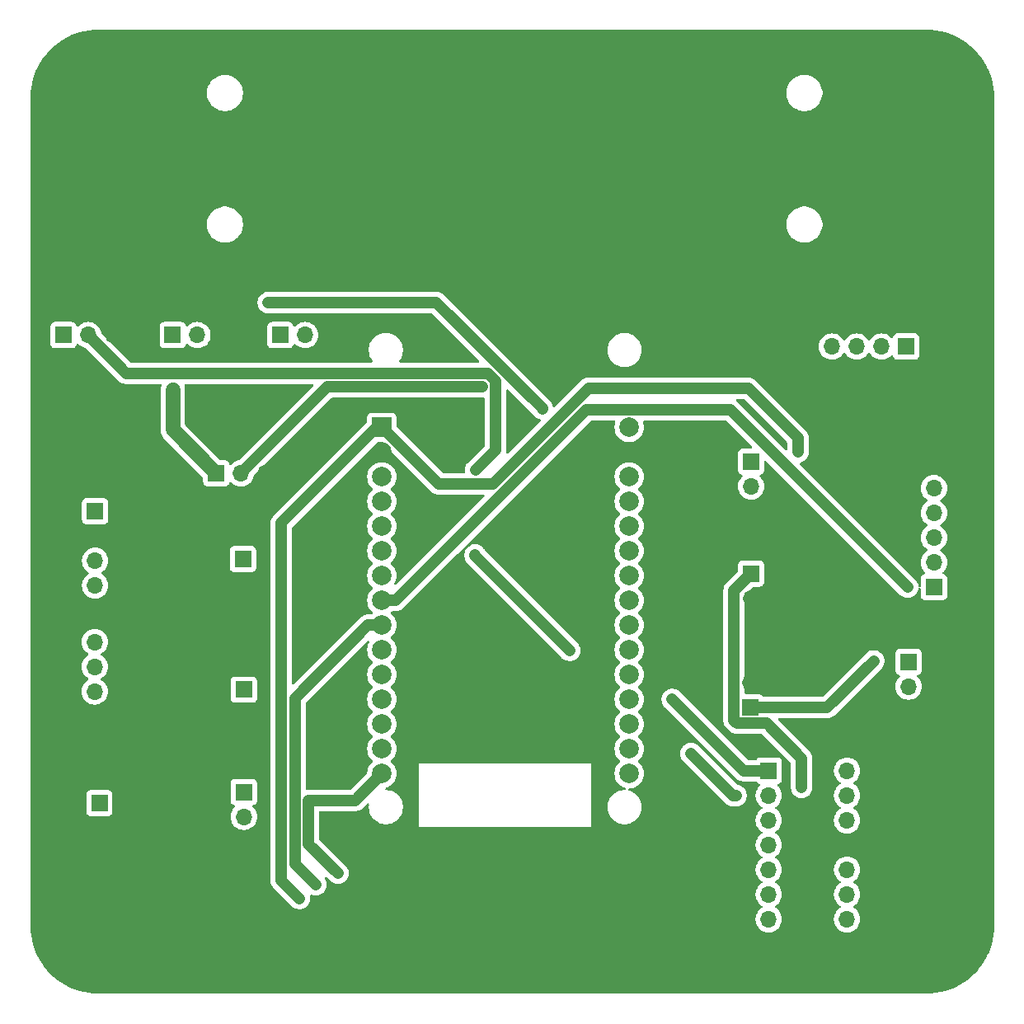
<source format=gbr>
%TF.GenerationSoftware,KiCad,Pcbnew,8.0.4*%
%TF.CreationDate,2024-07-29T13:43:03-05:00*%
%TF.ProjectId,DAQ-Bicineta,4441512d-4269-4636-996e-6574612e6b69,rev?*%
%TF.SameCoordinates,Original*%
%TF.FileFunction,Copper,L2,Bot*%
%TF.FilePolarity,Positive*%
%FSLAX46Y46*%
G04 Gerber Fmt 4.6, Leading zero omitted, Abs format (unit mm)*
G04 Created by KiCad (PCBNEW 8.0.4) date 2024-07-29 13:43:03*
%MOMM*%
%LPD*%
G01*
G04 APERTURE LIST*
%TA.AperFunction,ComponentPad*%
%ADD10C,4.800000*%
%TD*%
%TA.AperFunction,ComponentPad*%
%ADD11R,1.700000X1.700000*%
%TD*%
%TA.AperFunction,ComponentPad*%
%ADD12O,1.700000X1.700000*%
%TD*%
%TA.AperFunction,ComponentPad*%
%ADD13R,2.000000X2.000000*%
%TD*%
%TA.AperFunction,ComponentPad*%
%ADD14C,2.000000*%
%TD*%
%TA.AperFunction,ViaPad*%
%ADD15C,0.600000*%
%TD*%
%TA.AperFunction,Conductor*%
%ADD16C,1.200000*%
%TD*%
%TA.AperFunction,Conductor*%
%ADD17C,1.500000*%
%TD*%
G04 APERTURE END LIST*
D10*
%TO.P,H3,3*%
%TO.N,ACCELERATOR_GND*%
X107500000Y-142500000D03*
%TD*%
%TO.P,H1,1*%
%TO.N,ACCELERATOR_GND*%
X107500000Y-57500000D03*
%TD*%
D11*
%TO.P,10kOhm,1*%
%TO.N,T-D500_VCC*%
X174530000Y-94850000D03*
D12*
%TO.P,10kOhm,2*%
%TO.N,Net-(LM324-Pin_5)*%
X174530000Y-97390000D03*
%TD*%
D10*
%TO.P,H4,4*%
%TO.N,ACCELERATOR_GND*%
X192500000Y-142500000D03*
%TD*%
D11*
%TO.P,ACS712_2,1,Pin_1*%
%TO.N,CS_VCC*%
X115130000Y-81860000D03*
D12*
%TO.P,ACS712_2,2,Pin_2*%
%TO.N,CS_OUT_2*%
X117670000Y-81860000D03*
%TO.P,ACS712_2,3,Pin_3*%
%TO.N,ACCELERATOR_GND*%
X120210000Y-81860000D03*
%TD*%
D11*
%TO.P,MicroSD,1,Pin_1*%
%TO.N,MSD_CS*%
X193300000Y-107750000D03*
D12*
%TO.P,MicroSD,2,Pin_2*%
%TO.N,MSD_SCK*%
X193300000Y-105210000D03*
%TO.P,MicroSD,3,Pin_3*%
%TO.N,MSD_MOSI*%
X193300000Y-102670000D03*
%TO.P,MicroSD,4,Pin_4*%
%TO.N,MSD_MISO*%
X193300000Y-100130000D03*
%TO.P,MicroSD,5,Pin_5*%
%TO.N,CS_VCC*%
X193300000Y-97590000D03*
%TO.P,MicroSD,6,Pin_6*%
%TO.N,ACCELERATOR_GND*%
X193300000Y-95050000D03*
%TD*%
D11*
%TO.P,GPS,1,Pin_1*%
%TO.N,ACCELERATOR_GND*%
X107115000Y-120990000D03*
D12*
%TO.P,GPS,2,Pin_2*%
%TO.N,GPS_TX*%
X107115000Y-118450000D03*
%TO.P,GPS,3,Pin_3*%
%TO.N,GPS_RX*%
X107115000Y-115910000D03*
%TO.P,GPS,4,Pin_4*%
%TO.N,CS_VCC*%
X107115000Y-113370000D03*
%TD*%
D11*
%TO.P,ACS712_4,1,Pin_1*%
%TO.N,CS_VCC*%
X119610000Y-96060000D03*
D12*
%TO.P,ACS712_4,2,Pin_2*%
%TO.N,CS_OUT_4*%
X122150000Y-96060000D03*
%TO.P,ACS712_4,3,Pin_3*%
%TO.N,ACCELERATOR_GND*%
X124690000Y-96060000D03*
%TD*%
D11*
%TO.P,300kOhm,1*%
%TO.N,Net-(LM324-Pin_3)*%
X174480000Y-120090000D03*
D12*
%TO.P,300kOhm,2*%
%TO.N,ACCELERATOR_GND*%
X174480000Y-117550000D03*
%TD*%
D11*
%TO.P,1kOhm,1*%
%TO.N,Net-(ACC_VIN_GND1-Pin_1)*%
X122435000Y-128780000D03*
D12*
%TO.P,1kOhm,2*%
%TO.N,ACCELERATOR_Vout*%
X122435000Y-131320000D03*
%TD*%
D11*
%TO.P,ACS712_1,1,Pin_1*%
%TO.N,CS_VCC*%
X103900000Y-81860000D03*
D12*
%TO.P,ACS712_1,2,Pin_2*%
%TO.N,CS_OUT_1*%
X106440000Y-81860000D03*
%TO.P,ACS712_1,3,Pin_3*%
%TO.N,ACCELERATOR_GND*%
X108980000Y-81860000D03*
%TD*%
D11*
%TO.P,ACS712_3,1,Pin_1*%
%TO.N,CS_VCC*%
X126200000Y-81860000D03*
D12*
%TO.P,ACS712_3,2,Pin_2*%
%TO.N,CS_OUT_3*%
X128740000Y-81860000D03*
%TO.P,ACS712_3,3,Pin_3*%
%TO.N,ACCELERATOR_GND*%
X131280000Y-81860000D03*
%TD*%
D11*
%TO.P,KY-24,1,Pin_1*%
%TO.N,KY_A0*%
X107165000Y-99950000D03*
D12*
%TO.P,KY-24,2,Pin_2*%
%TO.N,ACCELERATOR_GND*%
X107165000Y-102490000D03*
%TO.P,KY-24,3,Pin_3*%
%TO.N,CS_VCC*%
X107165000Y-105030000D03*
%TO.P,KY-24,4,Pin_4*%
%TO.N,KY_DO*%
X107165000Y-107570000D03*
%TD*%
D11*
%TO.P,PowerModule1,1,Pin_1*%
%TO.N,CS_VCC*%
X190450000Y-83040000D03*
D12*
%TO.P,PowerModule1,2,Pin_2*%
X187910000Y-83040000D03*
%TO.P,PowerModule1,3,Pin_3*%
%TO.N,PM_I*%
X185370000Y-83040000D03*
%TO.P,PowerModule1,4,Pin_4*%
%TO.N,PM_V*%
X182830000Y-83040000D03*
%TO.P,PowerModule1,5,Pin_5*%
%TO.N,ACCELERATOR_GND*%
X180290000Y-83040000D03*
%TO.P,PowerModule1,6,Pin_6*%
X177750000Y-83040000D03*
%TD*%
D11*
%TO.P,LM324,1,Pin_1*%
%TO.N,T-D500_OUT*%
X176340000Y-126590000D03*
D12*
%TO.P,LM324,2,Pin_2*%
%TO.N,unconnected-(LM324-Pin_2-Pad2)*%
X184380000Y-126590000D03*
%TO.P,LM324,3,Pin_3*%
%TO.N,Net-(LM324-Pin_3)*%
X176340000Y-129130000D03*
%TO.P,LM324,4,Pin_4*%
%TO.N,unconnected-(LM324-Pin_4-Pad4)*%
X184380000Y-129130000D03*
%TO.P,LM324,5,Pin_5*%
%TO.N,Net-(LM324-Pin_5)*%
X176340000Y-131670000D03*
%TO.P,LM324,6,Pin_6*%
%TO.N,unconnected-(LM324-Pin_6-Pad6)*%
X184380000Y-131670000D03*
%TO.P,LM324,7,Pin_7*%
%TO.N,T-D500_VCC*%
X176340000Y-134210000D03*
%TO.P,LM324,8,Pin_8*%
%TO.N,ACCELERATOR_GND*%
X184380000Y-134210000D03*
%TO.P,LM324,9,Pin_9*%
%TO.N,unconnected-(LM324-Pin_9-Pad9)*%
X176340000Y-136750000D03*
%TO.P,LM324,10,Pin_10*%
%TO.N,unconnected-(LM324-Pin_10-Pad10)*%
X184380000Y-136750000D03*
%TO.P,LM324,11,Pin_11*%
%TO.N,unconnected-(LM324-Pin_11-Pad11)*%
X176340000Y-139290000D03*
%TO.P,LM324,12,Pin_12*%
%TO.N,unconnected-(LM324-Pin_12-Pad12)*%
X184380000Y-139290000D03*
%TO.P,LM324,13,Pin_13*%
%TO.N,unconnected-(LM324-Pin_13-Pad13)*%
X176340000Y-141830000D03*
%TO.P,LM324,14,Pin_14*%
%TO.N,unconnected-(LM324-Pin_14-Pad14)*%
X184380000Y-141830000D03*
%TD*%
D11*
%TO.P,Accelerator,1,Pin_1*%
%TO.N,Net-(ACC_VIN_GND1-Pin_1)*%
X107600000Y-129930000D03*
D12*
%TO.P,Accelerator,2,Pin_2*%
%TO.N,ACCELERATOR_GND*%
X107600000Y-132470000D03*
%TD*%
D11*
%TO.P,1kOhm,1*%
%TO.N,Net-(LM324-Pin_5)*%
X174530000Y-106340000D03*
D12*
%TO.P,1kOhm,2*%
%TO.N,ACCELERATOR_GND*%
X174530000Y-108880000D03*
%TD*%
D10*
%TO.P,H2,2*%
%TO.N,ACCELERATOR_GND*%
X192500000Y-57500000D03*
%TD*%
D11*
%TO.P,T-D500,1,Pin_1*%
%TO.N,Net-(LM324-Pin_3)*%
X190690000Y-115410000D03*
D12*
%TO.P,T-D500,2,Pin_2*%
%TO.N,T-D500_OUT*%
X190690000Y-117950000D03*
%TD*%
D13*
%TO.P,U3,1,3V3*%
%TO.N,T-D500_VCC*%
X136600000Y-91340000D03*
D14*
%TO.P,U3,2,GND*%
%TO.N,ACCELERATOR_GND*%
X136600000Y-93880000D03*
%TO.P,U3,3,D15*%
%TO.N,unconnected-(U3-D15-Pad3)*%
X136600000Y-96420000D03*
%TO.P,U3,4,D2*%
%TO.N,unconnected-(U3-D2-Pad4)*%
X136600000Y-98960000D03*
%TO.P,U3,5,D4*%
%TO.N,unconnected-(U3-D4-Pad5)*%
X136600000Y-101500000D03*
%TO.P,U3,6,RX2*%
%TO.N,GPS_RX*%
X136600000Y-104040000D03*
%TO.P,U3,7,TX2*%
%TO.N,GPS_TX*%
X136600000Y-106580000D03*
%TO.P,U3,8,D5*%
%TO.N,MSD_CS*%
X136600000Y-109120000D03*
%TO.P,U3,9,D18*%
%TO.N,MSD_SCK*%
X136600000Y-111660000D03*
%TO.P,U3,10,D19*%
%TO.N,MSD_MISO*%
X136600000Y-114200000D03*
%TO.P,U3,11,D21*%
%TO.N,unconnected-(U3-D21-Pad11)*%
X136600000Y-116740000D03*
%TO.P,U3,12,RX0*%
%TO.N,unconnected-(U3-RX0-Pad12)*%
X136600000Y-119280000D03*
%TO.P,U3,13,TX0*%
%TO.N,unconnected-(U3-TX0-Pad13)*%
X136600000Y-121820000D03*
%TO.P,U3,14,D22*%
%TO.N,unconnected-(U3-D22-Pad14)*%
X136600000Y-124360000D03*
%TO.P,U3,15,D23*%
%TO.N,MSD_MOSI*%
X136600000Y-126900000D03*
%TO.P,U3,16,EN*%
%TO.N,unconnected-(U3-EN-Pad16)*%
X162000000Y-126900000D03*
%TO.P,U3,17,VP*%
%TO.N,unconnected-(U3-VP-Pad17)*%
X162000000Y-124360000D03*
%TO.P,U3,18,VN*%
%TO.N,unconnected-(U3-VN-Pad18)*%
X162000000Y-121820000D03*
%TO.P,U3,19,D34*%
%TO.N,T-D500_OUT*%
X162000000Y-119280000D03*
%TO.P,U3,20,D35*%
%TO.N,PM_I*%
X162000000Y-116740000D03*
%TO.P,U3,21,D32*%
%TO.N,CS_OUT_1*%
X162000000Y-114200000D03*
%TO.P,U3,22,D33*%
%TO.N,PM_V*%
X162000000Y-111660000D03*
%TO.P,U3,23,D25*%
%TO.N,ACCELERATOR_Vout*%
X162000000Y-109120000D03*
%TO.P,U3,24,D26*%
%TO.N,KY_DO*%
X162000000Y-106580000D03*
%TO.P,U3,25,D27*%
%TO.N,KY_A0*%
X162000000Y-104040000D03*
%TO.P,U3,26,D14*%
%TO.N,CS_OUT_4*%
X162000000Y-101500000D03*
%TO.P,U3,27,D12*%
%TO.N,CS_OUT_2*%
X162000000Y-98960000D03*
%TO.P,U3,28,D13*%
%TO.N,CS_OUT_3*%
X162000000Y-96420000D03*
%TO.P,U3,29,GND*%
%TO.N,ACCELERATOR_GND*%
X162000000Y-93880000D03*
%TO.P,U3,30,VIN*%
%TO.N,CS_VCC*%
X162000000Y-91340000D03*
%TD*%
D11*
%TO.P,1kOhm,1*%
%TO.N,ACCELERATOR_Vout*%
X122435000Y-118270000D03*
D12*
%TO.P,1kOhm,2*%
%TO.N,ACCELERATOR_GND*%
X122435000Y-120810000D03*
%TD*%
D11*
%TO.P,C-68nF1,1*%
%TO.N,KY_DO*%
X122340000Y-104860000D03*
D12*
%TO.P,C-68nF1,2*%
%TO.N,ACCELERATOR_GND*%
X122340000Y-107400000D03*
%TD*%
D15*
%TO.N,T-D500_OUT*%
X166430000Y-119280000D03*
%TO.N,CS_VCC*%
X115150000Y-87470000D03*
%TO.N,MSD_SCK*%
X129850000Y-138320000D03*
%TO.N,MSD_CS*%
X190610000Y-107760000D03*
%TO.N,MSD_MOSI*%
X132110000Y-137140000D03*
%TO.N,Net-(LM324-Pin_5)*%
X179720000Y-128310000D03*
%TO.N,Net-(LM324-Pin_3)*%
X187110000Y-115310000D03*
X168350000Y-124830000D03*
X172980000Y-129140000D03*
%TO.N,T-D500_VCC*%
X179340000Y-93870000D03*
X128150000Y-139710000D03*
%TO.N,CS_OUT_1*%
X146210000Y-95730000D03*
X146200000Y-104430000D03*
X155890000Y-114230000D03*
%TO.N,CS_OUT_2*%
X124950000Y-78530000D03*
X153090000Y-89410000D03*
%TO.N,CS_OUT_4*%
X146899949Y-87170051D03*
%TD*%
D16*
%TO.N,T-D500_OUT*%
X166430000Y-119280000D02*
X173740000Y-126590000D01*
X173740000Y-126590000D02*
X176340000Y-126590000D01*
D17*
%TO.N,CS_VCC*%
X115150000Y-91600000D02*
X119610000Y-96060000D01*
X115150000Y-87470000D02*
X115150000Y-91600000D01*
D16*
%TO.N,MSD_SCK*%
X127680000Y-119165787D02*
X135185787Y-111660000D01*
X129850000Y-138320000D02*
X127680000Y-136150000D01*
X135185787Y-111660000D02*
X136600000Y-111660000D01*
X127680000Y-136150000D02*
X127680000Y-119165787D01*
%TO.N,MSD_CS*%
X157594213Y-89540000D02*
X138014213Y-109120000D01*
X138014213Y-109120000D02*
X136600000Y-109120000D01*
X172390000Y-89540000D02*
X157594213Y-89540000D01*
X190610000Y-107760000D02*
X172390000Y-89540000D01*
%TO.N,MSD_MOSI*%
X132110000Y-137140000D02*
X129080000Y-134110000D01*
X129080000Y-134110000D02*
X129080000Y-129640000D01*
X129080000Y-129640000D02*
X133860000Y-129640000D01*
X133860000Y-129640000D02*
X136600000Y-126900000D01*
%TO.N,Net-(LM324-Pin_5)*%
X179720000Y-128310000D02*
X179720000Y-125330000D01*
X172790000Y-108080000D02*
X174530000Y-106340000D01*
X179720000Y-125330000D02*
X176130000Y-121740000D01*
X176130000Y-121740000D02*
X173090000Y-121740000D01*
X172790000Y-121440000D02*
X172790000Y-108080000D01*
X173090000Y-121740000D02*
X172790000Y-121440000D01*
%TO.N,Net-(LM324-Pin_3)*%
X172660000Y-129140000D02*
X168350000Y-124830000D01*
X172980000Y-129140000D02*
X172660000Y-129140000D01*
X182330000Y-120090000D02*
X174480000Y-120090000D01*
X187110000Y-115310000D02*
X182330000Y-120090000D01*
%TO.N,T-D500_VCC*%
X126280000Y-137840000D02*
X126280000Y-101170000D01*
X136110000Y-91340000D02*
X136600000Y-91340000D01*
X179340000Y-92420000D02*
X174230000Y-87310000D01*
X126280000Y-101170000D02*
X136110000Y-91340000D01*
X148024315Y-97130000D02*
X142420000Y-97130000D01*
X157844315Y-87310000D02*
X148024315Y-97130000D01*
X136630000Y-91340000D02*
X136600000Y-91340000D01*
X174230000Y-87310000D02*
X157844315Y-87310000D01*
X142420000Y-97130000D02*
X136630000Y-91340000D01*
X128150000Y-139710000D02*
X126280000Y-137840000D01*
X179340000Y-93870000D02*
X179340000Y-92420000D01*
%TO.N,CS_OUT_1*%
X110350051Y-85770051D02*
X106440000Y-81860000D01*
X146200000Y-104540000D02*
X146200000Y-104430000D01*
X155890000Y-114230000D02*
X146200000Y-104540000D01*
X148299949Y-86590152D02*
X147479848Y-85770051D01*
X146210000Y-95730000D02*
X148299949Y-93640051D01*
X147479848Y-85770051D02*
X110350051Y-85770051D01*
X148299949Y-93640051D02*
X148299949Y-86590152D01*
%TO.N,CS_OUT_2*%
X153090000Y-89410000D02*
X153090000Y-89400304D01*
X142219696Y-78530000D02*
X124950000Y-78530000D01*
X153090000Y-89400304D02*
X142219696Y-78530000D01*
%TO.N,CS_OUT_4*%
X131039949Y-87170051D02*
X122150000Y-96060000D01*
X146899949Y-87170051D02*
X131039949Y-87170051D01*
%TD*%
%TA.AperFunction,Conductor*%
%TO.N,ACCELERATOR_GND*%
G36*
X136589834Y-92860184D02*
G01*
X136610476Y-92876818D01*
X141580586Y-97846928D01*
X141703072Y-97969414D01*
X141843212Y-98071232D01*
X141916133Y-98108387D01*
X141997550Y-98149871D01*
X141997552Y-98149871D01*
X141997555Y-98149873D01*
X142162300Y-98203403D01*
X142306292Y-98226208D01*
X142333389Y-98230500D01*
X142333390Y-98230500D01*
X142506611Y-98230500D01*
X147048009Y-98230500D01*
X147115048Y-98250185D01*
X147160803Y-98302989D01*
X147170747Y-98372147D01*
X147141722Y-98435703D01*
X147135690Y-98442181D01*
X138096633Y-107481236D01*
X138035310Y-107514721D01*
X137965618Y-107509737D01*
X137909685Y-107467865D01*
X137885268Y-107402401D01*
X137900120Y-107334128D01*
X137905135Y-107325745D01*
X137924173Y-107296607D01*
X138024063Y-107068881D01*
X138085108Y-106827821D01*
X138085109Y-106827812D01*
X138105643Y-106580005D01*
X138105643Y-106579994D01*
X138085109Y-106332187D01*
X138085107Y-106332175D01*
X138024063Y-106091118D01*
X137924173Y-105863393D01*
X137788166Y-105655217D01*
X137766557Y-105631744D01*
X137619744Y-105472262D01*
X137536991Y-105407852D01*
X137496179Y-105351143D01*
X137492504Y-105281370D01*
X137527136Y-105220687D01*
X137536985Y-105212151D01*
X137619744Y-105147738D01*
X137788164Y-104964785D01*
X137789692Y-104962447D01*
X137897325Y-104797701D01*
X137924173Y-104756607D01*
X138024063Y-104528881D01*
X138085108Y-104287821D01*
X138094680Y-104172302D01*
X138105643Y-104040005D01*
X138105643Y-104039994D01*
X138085109Y-103792187D01*
X138085107Y-103792175D01*
X138024063Y-103551118D01*
X137924173Y-103323393D01*
X137788166Y-103115217D01*
X137766557Y-103091744D01*
X137619744Y-102932262D01*
X137536991Y-102867852D01*
X137496179Y-102811143D01*
X137492504Y-102741370D01*
X137527136Y-102680687D01*
X137536985Y-102672151D01*
X137619744Y-102607738D01*
X137788164Y-102424785D01*
X137924173Y-102216607D01*
X138024063Y-101988881D01*
X138085108Y-101747821D01*
X138094746Y-101631506D01*
X138105643Y-101500005D01*
X138105643Y-101499994D01*
X138085109Y-101252187D01*
X138085107Y-101252175D01*
X138024063Y-101011118D01*
X137924173Y-100783393D01*
X137788166Y-100575217D01*
X137766557Y-100551744D01*
X137619744Y-100392262D01*
X137536991Y-100327852D01*
X137496179Y-100271143D01*
X137492504Y-100201370D01*
X137527136Y-100140687D01*
X137536985Y-100132151D01*
X137619744Y-100067738D01*
X137788164Y-99884785D01*
X137924173Y-99676607D01*
X138024063Y-99448881D01*
X138085108Y-99207821D01*
X138094746Y-99091506D01*
X138105643Y-98960005D01*
X138105643Y-98959994D01*
X138085109Y-98712187D01*
X138085107Y-98712175D01*
X138024063Y-98471118D01*
X137924173Y-98243393D01*
X137788166Y-98035217D01*
X137727587Y-97969411D01*
X137619744Y-97852262D01*
X137536991Y-97787852D01*
X137496179Y-97731143D01*
X137492504Y-97661370D01*
X137527136Y-97600687D01*
X137536985Y-97592151D01*
X137619744Y-97527738D01*
X137788164Y-97344785D01*
X137924173Y-97136607D01*
X138024063Y-96908881D01*
X138085108Y-96667821D01*
X138094746Y-96551506D01*
X138105643Y-96420005D01*
X138105643Y-96419994D01*
X138085109Y-96172187D01*
X138085107Y-96172175D01*
X138024063Y-95931118D01*
X137924173Y-95703393D01*
X137788166Y-95495217D01*
X137714631Y-95415337D01*
X137619744Y-95312262D01*
X137423509Y-95159526D01*
X137423507Y-95159525D01*
X137423506Y-95159524D01*
X137204811Y-95041172D01*
X137204802Y-95041169D01*
X136969616Y-94960429D01*
X136724335Y-94919500D01*
X136475665Y-94919500D01*
X136230383Y-94960429D01*
X135995197Y-95041169D01*
X135995188Y-95041172D01*
X135776493Y-95159524D01*
X135580257Y-95312261D01*
X135411833Y-95495217D01*
X135275826Y-95703393D01*
X135175936Y-95931118D01*
X135114892Y-96172175D01*
X135114890Y-96172187D01*
X135094357Y-96419994D01*
X135094357Y-96420005D01*
X135114890Y-96667812D01*
X135114892Y-96667824D01*
X135175936Y-96908881D01*
X135275826Y-97136606D01*
X135411833Y-97344782D01*
X135444245Y-97379991D01*
X135580256Y-97527738D01*
X135663008Y-97592147D01*
X135703821Y-97648857D01*
X135707496Y-97718630D01*
X135672864Y-97779313D01*
X135663014Y-97787848D01*
X135614758Y-97825408D01*
X135580257Y-97852261D01*
X135411833Y-98035217D01*
X135275826Y-98243393D01*
X135175936Y-98471118D01*
X135114892Y-98712175D01*
X135114890Y-98712187D01*
X135094357Y-98959994D01*
X135094357Y-98960005D01*
X135114890Y-99207812D01*
X135114892Y-99207824D01*
X135175936Y-99448881D01*
X135275826Y-99676606D01*
X135411833Y-99884782D01*
X135444245Y-99919991D01*
X135580256Y-100067738D01*
X135663008Y-100132147D01*
X135703821Y-100188857D01*
X135707496Y-100258630D01*
X135672864Y-100319313D01*
X135663014Y-100327848D01*
X135614758Y-100365408D01*
X135580257Y-100392261D01*
X135411833Y-100575217D01*
X135275826Y-100783393D01*
X135175936Y-101011118D01*
X135114892Y-101252175D01*
X135114890Y-101252187D01*
X135094357Y-101499994D01*
X135094357Y-101500005D01*
X135114890Y-101747812D01*
X135114892Y-101747824D01*
X135175936Y-101988881D01*
X135275826Y-102216606D01*
X135411833Y-102424782D01*
X135444245Y-102459991D01*
X135580256Y-102607738D01*
X135663008Y-102672147D01*
X135703821Y-102728857D01*
X135707496Y-102798630D01*
X135672864Y-102859313D01*
X135663014Y-102867848D01*
X135614758Y-102905408D01*
X135580257Y-102932261D01*
X135411833Y-103115217D01*
X135275826Y-103323393D01*
X135175936Y-103551118D01*
X135114892Y-103792175D01*
X135114890Y-103792187D01*
X135094357Y-104039994D01*
X135094357Y-104040005D01*
X135114890Y-104287812D01*
X135114892Y-104287824D01*
X135175936Y-104528881D01*
X135275826Y-104756606D01*
X135411833Y-104964782D01*
X135434588Y-104989500D01*
X135580256Y-105147738D01*
X135663008Y-105212147D01*
X135703821Y-105268857D01*
X135707496Y-105338630D01*
X135672864Y-105399313D01*
X135663014Y-105407848D01*
X135614758Y-105445408D01*
X135580257Y-105472261D01*
X135411833Y-105655217D01*
X135275826Y-105863393D01*
X135175936Y-106091118D01*
X135114892Y-106332175D01*
X135114890Y-106332187D01*
X135094357Y-106579994D01*
X135094357Y-106580005D01*
X135114890Y-106827812D01*
X135114892Y-106827824D01*
X135175936Y-107068881D01*
X135275826Y-107296606D01*
X135411833Y-107504782D01*
X135420983Y-107514721D01*
X135580256Y-107687738D01*
X135663008Y-107752147D01*
X135703821Y-107808857D01*
X135707496Y-107878630D01*
X135672864Y-107939313D01*
X135663014Y-107947848D01*
X135610698Y-107988568D01*
X135580257Y-108012261D01*
X135411833Y-108195217D01*
X135275826Y-108403393D01*
X135175936Y-108631118D01*
X135114892Y-108872175D01*
X135114890Y-108872187D01*
X135094357Y-109119994D01*
X135094357Y-109120005D01*
X135114890Y-109367812D01*
X135114892Y-109367824D01*
X135175936Y-109608881D01*
X135275826Y-109836606D01*
X135411833Y-110044782D01*
X135444245Y-110079991D01*
X135580256Y-110227738D01*
X135663008Y-110292147D01*
X135703821Y-110348857D01*
X135707496Y-110418630D01*
X135672864Y-110479313D01*
X135663014Y-110487848D01*
X135604549Y-110533354D01*
X135539555Y-110558996D01*
X135528387Y-110559500D01*
X135272398Y-110559500D01*
X135099176Y-110559500D01*
X135059515Y-110565781D01*
X134928089Y-110586597D01*
X134763339Y-110640128D01*
X134608998Y-110718768D01*
X134529043Y-110776859D01*
X134468859Y-110820586D01*
X134468857Y-110820588D01*
X134468856Y-110820588D01*
X127592181Y-117697264D01*
X127530858Y-117730749D01*
X127461166Y-117725765D01*
X127405233Y-117683893D01*
X127380816Y-117618429D01*
X127380500Y-117609583D01*
X127380500Y-101677203D01*
X127400185Y-101610164D01*
X127416814Y-101589527D01*
X136129523Y-92876817D01*
X136190846Y-92843333D01*
X136217204Y-92840499D01*
X136522795Y-92840499D01*
X136589834Y-92860184D01*
G37*
%TD.AperFunction*%
%TA.AperFunction,Conductor*%
G36*
X192502211Y-50500578D02*
G01*
X192994924Y-50518176D01*
X193003717Y-50518804D01*
X193491755Y-50571274D01*
X193500471Y-50572527D01*
X193983520Y-50659679D01*
X193992128Y-50661552D01*
X194467713Y-50782938D01*
X194476177Y-50785423D01*
X194941866Y-50940419D01*
X194950160Y-50943512D01*
X195403602Y-51131335D01*
X195411653Y-51135012D01*
X195737022Y-51297879D01*
X195850551Y-51354708D01*
X195858287Y-51358931D01*
X196280432Y-51609401D01*
X196287842Y-51614164D01*
X196535063Y-51785813D01*
X196691001Y-51894083D01*
X196698087Y-51899387D01*
X196895443Y-52058426D01*
X197080257Y-52207358D01*
X197086940Y-52213149D01*
X197446152Y-52547588D01*
X197452411Y-52553847D01*
X197786850Y-52913059D01*
X197792647Y-52919749D01*
X198100612Y-53301912D01*
X198105916Y-53308998D01*
X198385827Y-53712145D01*
X198390602Y-53719574D01*
X198641062Y-54141703D01*
X198645294Y-54149453D01*
X198864987Y-54588346D01*
X198868664Y-54596397D01*
X199056487Y-55049839D01*
X199059580Y-55058133D01*
X199214571Y-55523807D01*
X199217065Y-55532300D01*
X199338442Y-56007851D01*
X199340324Y-56016500D01*
X199427468Y-56499505D01*
X199428728Y-56508267D01*
X199481193Y-56996264D01*
X199481824Y-57005093D01*
X199499421Y-57497788D01*
X199499500Y-57502214D01*
X199499500Y-142497785D01*
X199499421Y-142502211D01*
X199481824Y-142994906D01*
X199481193Y-143003735D01*
X199428728Y-143491732D01*
X199427468Y-143500494D01*
X199340324Y-143983499D01*
X199338442Y-143992148D01*
X199217065Y-144467699D01*
X199214571Y-144476192D01*
X199059580Y-144941866D01*
X199056487Y-144950160D01*
X198868664Y-145403602D01*
X198864987Y-145411653D01*
X198645294Y-145850546D01*
X198641056Y-145858308D01*
X198390613Y-146280408D01*
X198385827Y-146287854D01*
X198105916Y-146691001D01*
X198100612Y-146698087D01*
X197792647Y-147080250D01*
X197786850Y-147086940D01*
X197452411Y-147446152D01*
X197446152Y-147452411D01*
X197086940Y-147786850D01*
X197080250Y-147792647D01*
X196698087Y-148100612D01*
X196691001Y-148105916D01*
X196287854Y-148385827D01*
X196280412Y-148390610D01*
X195858308Y-148641056D01*
X195850546Y-148645294D01*
X195411653Y-148864987D01*
X195403602Y-148868664D01*
X194950160Y-149056487D01*
X194941866Y-149059580D01*
X194476192Y-149214571D01*
X194467699Y-149217065D01*
X193992148Y-149338442D01*
X193983499Y-149340324D01*
X193500494Y-149427468D01*
X193491732Y-149428728D01*
X193003735Y-149481193D01*
X192994906Y-149481824D01*
X192502212Y-149499421D01*
X192497786Y-149499500D01*
X107502214Y-149499500D01*
X107497788Y-149499421D01*
X107005093Y-149481824D01*
X106996264Y-149481193D01*
X106508267Y-149428728D01*
X106499505Y-149427468D01*
X106016500Y-149340324D01*
X106007851Y-149338442D01*
X105532300Y-149217065D01*
X105523807Y-149214571D01*
X105058133Y-149059580D01*
X105049839Y-149056487D01*
X104596397Y-148868664D01*
X104588346Y-148864987D01*
X104149453Y-148645294D01*
X104141703Y-148641062D01*
X103719574Y-148390602D01*
X103712145Y-148385827D01*
X103308998Y-148105916D01*
X103301912Y-148100612D01*
X102919749Y-147792647D01*
X102913059Y-147786850D01*
X102553847Y-147452411D01*
X102547588Y-147446152D01*
X102213149Y-147086940D01*
X102207352Y-147080250D01*
X101899387Y-146698087D01*
X101894083Y-146691001D01*
X101785813Y-146535063D01*
X101614164Y-146287842D01*
X101609401Y-146280432D01*
X101358931Y-145858287D01*
X101354705Y-145850546D01*
X101135012Y-145411653D01*
X101131335Y-145403602D01*
X100943512Y-144950160D01*
X100940419Y-144941866D01*
X100933700Y-144921679D01*
X100785423Y-144476177D01*
X100782938Y-144467713D01*
X100661552Y-143992128D01*
X100659679Y-143983520D01*
X100572527Y-143500471D01*
X100571274Y-143491755D01*
X100518804Y-143003717D01*
X100518176Y-142994924D01*
X100500579Y-142502211D01*
X100500500Y-142497785D01*
X100500500Y-131319999D01*
X121079341Y-131319999D01*
X121079341Y-131320000D01*
X121099936Y-131555403D01*
X121099938Y-131555413D01*
X121161094Y-131783655D01*
X121161096Y-131783659D01*
X121161097Y-131783663D01*
X121217868Y-131905408D01*
X121260965Y-131997830D01*
X121260967Y-131997834D01*
X121318851Y-132080500D01*
X121396505Y-132191401D01*
X121563599Y-132358495D01*
X121660384Y-132426265D01*
X121757165Y-132494032D01*
X121757167Y-132494033D01*
X121757170Y-132494035D01*
X121971337Y-132593903D01*
X122199592Y-132655063D01*
X122387918Y-132671539D01*
X122434999Y-132675659D01*
X122435000Y-132675659D01*
X122435001Y-132675659D01*
X122474234Y-132672226D01*
X122670408Y-132655063D01*
X122898663Y-132593903D01*
X123112830Y-132494035D01*
X123306401Y-132358495D01*
X123473495Y-132191401D01*
X123609035Y-131997830D01*
X123708903Y-131783663D01*
X123770063Y-131555408D01*
X123790659Y-131320000D01*
X123770063Y-131084592D01*
X123708903Y-130856337D01*
X123609035Y-130642171D01*
X123601567Y-130631506D01*
X123473496Y-130448600D01*
X123424896Y-130400000D01*
X123351567Y-130326671D01*
X123318084Y-130265351D01*
X123323068Y-130195659D01*
X123364939Y-130139725D01*
X123395915Y-130122810D01*
X123527331Y-130073796D01*
X123642546Y-129987546D01*
X123728796Y-129872331D01*
X123779091Y-129737483D01*
X123785500Y-129677873D01*
X123785499Y-127882128D01*
X123779335Y-127824785D01*
X123779091Y-127822516D01*
X123728797Y-127687671D01*
X123728793Y-127687664D01*
X123642547Y-127572455D01*
X123642544Y-127572452D01*
X123527335Y-127486206D01*
X123527328Y-127486202D01*
X123392482Y-127435908D01*
X123392483Y-127435908D01*
X123332883Y-127429501D01*
X123332881Y-127429500D01*
X123332873Y-127429500D01*
X123332864Y-127429500D01*
X121537129Y-127429500D01*
X121537123Y-127429501D01*
X121477516Y-127435908D01*
X121342671Y-127486202D01*
X121342664Y-127486206D01*
X121227455Y-127572452D01*
X121227452Y-127572455D01*
X121141206Y-127687664D01*
X121141202Y-127687671D01*
X121090908Y-127822517D01*
X121086879Y-127860000D01*
X121084501Y-127882123D01*
X121084500Y-127882135D01*
X121084500Y-129677870D01*
X121084501Y-129677876D01*
X121090908Y-129737483D01*
X121141202Y-129872328D01*
X121141206Y-129872335D01*
X121227452Y-129987544D01*
X121227455Y-129987547D01*
X121342664Y-130073793D01*
X121342671Y-130073797D01*
X121474081Y-130122810D01*
X121530015Y-130164681D01*
X121554432Y-130230145D01*
X121539580Y-130298418D01*
X121518430Y-130326673D01*
X121396503Y-130448600D01*
X121260965Y-130642169D01*
X121260964Y-130642171D01*
X121161098Y-130856335D01*
X121161094Y-130856344D01*
X121099938Y-131084586D01*
X121099936Y-131084596D01*
X121079341Y-131319999D01*
X100500500Y-131319999D01*
X100500500Y-129032135D01*
X106249500Y-129032135D01*
X106249500Y-130827870D01*
X106249501Y-130827876D01*
X106255908Y-130887483D01*
X106306202Y-131022328D01*
X106306206Y-131022335D01*
X106392452Y-131137544D01*
X106392455Y-131137547D01*
X106507664Y-131223793D01*
X106507671Y-131223797D01*
X106642517Y-131274091D01*
X106642516Y-131274091D01*
X106649444Y-131274835D01*
X106702127Y-131280500D01*
X108497872Y-131280499D01*
X108557483Y-131274091D01*
X108692331Y-131223796D01*
X108807546Y-131137546D01*
X108893796Y-131022331D01*
X108944091Y-130887483D01*
X108950500Y-130827873D01*
X108950499Y-129032128D01*
X108944091Y-128972517D01*
X108915028Y-128894596D01*
X108893797Y-128837671D01*
X108893793Y-128837664D01*
X108807547Y-128722455D01*
X108807544Y-128722452D01*
X108692335Y-128636206D01*
X108692328Y-128636202D01*
X108557482Y-128585908D01*
X108557483Y-128585908D01*
X108497883Y-128579501D01*
X108497881Y-128579500D01*
X108497873Y-128579500D01*
X108497864Y-128579500D01*
X106702129Y-128579500D01*
X106702123Y-128579501D01*
X106642516Y-128585908D01*
X106507671Y-128636202D01*
X106507664Y-128636206D01*
X106392455Y-128722452D01*
X106392452Y-128722455D01*
X106306206Y-128837664D01*
X106306202Y-128837671D01*
X106255908Y-128972517D01*
X106250059Y-129026928D01*
X106249501Y-129032123D01*
X106249500Y-129032135D01*
X100500500Y-129032135D01*
X100500500Y-113369999D01*
X105759341Y-113369999D01*
X105759341Y-113370000D01*
X105779936Y-113605403D01*
X105779938Y-113605413D01*
X105841094Y-113833655D01*
X105841096Y-113833659D01*
X105841097Y-113833663D01*
X105896360Y-113952175D01*
X105940965Y-114047830D01*
X105940967Y-114047834D01*
X106076501Y-114241395D01*
X106076506Y-114241402D01*
X106243597Y-114408493D01*
X106243603Y-114408498D01*
X106429158Y-114538425D01*
X106472783Y-114593002D01*
X106479977Y-114662500D01*
X106448454Y-114724855D01*
X106429158Y-114741575D01*
X106243597Y-114871505D01*
X106076505Y-115038597D01*
X105940965Y-115232169D01*
X105940964Y-115232171D01*
X105841098Y-115446335D01*
X105841094Y-115446344D01*
X105779938Y-115674586D01*
X105779936Y-115674596D01*
X105759341Y-115909999D01*
X105759341Y-115910000D01*
X105779936Y-116145403D01*
X105779938Y-116145413D01*
X105841094Y-116373655D01*
X105841096Y-116373659D01*
X105841097Y-116373663D01*
X105896360Y-116492175D01*
X105940965Y-116587830D01*
X105940967Y-116587834D01*
X106022163Y-116703793D01*
X106068329Y-116769725D01*
X106076501Y-116781395D01*
X106076506Y-116781402D01*
X106243597Y-116948493D01*
X106243603Y-116948498D01*
X106429158Y-117078425D01*
X106472783Y-117133002D01*
X106479977Y-117202500D01*
X106448454Y-117264855D01*
X106429158Y-117281575D01*
X106243597Y-117411505D01*
X106076505Y-117578597D01*
X105940965Y-117772169D01*
X105940964Y-117772171D01*
X105841098Y-117986335D01*
X105841094Y-117986344D01*
X105779938Y-118214586D01*
X105779936Y-118214596D01*
X105759341Y-118449999D01*
X105759341Y-118450000D01*
X105779936Y-118685403D01*
X105779938Y-118685413D01*
X105841094Y-118913655D01*
X105841096Y-118913659D01*
X105841097Y-118913663D01*
X105896360Y-119032175D01*
X105940965Y-119127830D01*
X105940967Y-119127834D01*
X106010742Y-119227482D01*
X106076505Y-119321401D01*
X106243599Y-119488495D01*
X106340384Y-119556265D01*
X106437165Y-119624032D01*
X106437167Y-119624033D01*
X106437170Y-119624035D01*
X106651337Y-119723903D01*
X106879592Y-119785063D01*
X107067918Y-119801539D01*
X107114999Y-119805659D01*
X107115000Y-119805659D01*
X107115001Y-119805659D01*
X107154234Y-119802226D01*
X107350408Y-119785063D01*
X107578663Y-119723903D01*
X107792830Y-119624035D01*
X107986401Y-119488495D01*
X108153495Y-119321401D01*
X108289035Y-119127830D01*
X108388903Y-118913663D01*
X108450063Y-118685408D01*
X108470659Y-118450000D01*
X108450063Y-118214592D01*
X108388903Y-117986337D01*
X108289035Y-117772171D01*
X108260032Y-117730749D01*
X108153494Y-117578597D01*
X107986402Y-117411506D01*
X107986396Y-117411501D01*
X107930175Y-117372135D01*
X121084500Y-117372135D01*
X121084500Y-119167870D01*
X121084501Y-119167876D01*
X121090908Y-119227483D01*
X121141202Y-119362328D01*
X121141206Y-119362335D01*
X121227452Y-119477544D01*
X121227455Y-119477547D01*
X121342664Y-119563793D01*
X121342671Y-119563797D01*
X121477517Y-119614091D01*
X121477516Y-119614091D01*
X121484444Y-119614835D01*
X121537127Y-119620500D01*
X123332872Y-119620499D01*
X123392483Y-119614091D01*
X123527331Y-119563796D01*
X123642546Y-119477546D01*
X123728796Y-119362331D01*
X123779091Y-119227483D01*
X123785500Y-119167873D01*
X123785499Y-117372128D01*
X123779091Y-117312517D01*
X123767550Y-117281575D01*
X123728797Y-117177671D01*
X123728793Y-117177664D01*
X123642547Y-117062455D01*
X123642544Y-117062452D01*
X123527335Y-116976206D01*
X123527328Y-116976202D01*
X123392482Y-116925908D01*
X123392483Y-116925908D01*
X123332883Y-116919501D01*
X123332881Y-116919500D01*
X123332873Y-116919500D01*
X123332864Y-116919500D01*
X121537129Y-116919500D01*
X121537123Y-116919501D01*
X121477516Y-116925908D01*
X121342671Y-116976202D01*
X121342664Y-116976206D01*
X121227455Y-117062452D01*
X121227452Y-117062455D01*
X121141206Y-117177664D01*
X121141202Y-117177671D01*
X121090908Y-117312517D01*
X121084501Y-117372116D01*
X121084501Y-117372123D01*
X121084500Y-117372135D01*
X107930175Y-117372135D01*
X107800842Y-117281575D01*
X107757217Y-117226998D01*
X107750023Y-117157500D01*
X107781546Y-117095145D01*
X107800842Y-117078425D01*
X107930233Y-116987824D01*
X107986401Y-116948495D01*
X108153495Y-116781401D01*
X108289035Y-116587830D01*
X108388903Y-116373663D01*
X108450063Y-116145408D01*
X108470659Y-115910000D01*
X108450063Y-115674592D01*
X108388903Y-115446337D01*
X108289035Y-115232171D01*
X108246366Y-115171232D01*
X108153494Y-115038597D01*
X107986402Y-114871506D01*
X107986396Y-114871501D01*
X107800842Y-114741575D01*
X107757217Y-114686998D01*
X107750023Y-114617500D01*
X107781546Y-114555145D01*
X107800842Y-114538425D01*
X107923531Y-114452517D01*
X107986401Y-114408495D01*
X108153495Y-114241401D01*
X108289035Y-114047830D01*
X108388903Y-113833663D01*
X108450063Y-113605408D01*
X108470659Y-113370000D01*
X108450063Y-113134592D01*
X108388903Y-112906337D01*
X108289035Y-112692171D01*
X108153495Y-112498599D01*
X108153494Y-112498597D01*
X107986402Y-112331506D01*
X107986395Y-112331501D01*
X107792834Y-112195967D01*
X107792830Y-112195965D01*
X107691858Y-112148881D01*
X107578663Y-112096097D01*
X107578659Y-112096096D01*
X107578655Y-112096094D01*
X107350413Y-112034938D01*
X107350403Y-112034936D01*
X107115001Y-112014341D01*
X107114999Y-112014341D01*
X106879596Y-112034936D01*
X106879586Y-112034938D01*
X106651344Y-112096094D01*
X106651335Y-112096098D01*
X106437171Y-112195964D01*
X106437169Y-112195965D01*
X106243597Y-112331505D01*
X106076505Y-112498597D01*
X105940965Y-112692169D01*
X105940964Y-112692171D01*
X105841098Y-112906335D01*
X105841094Y-112906344D01*
X105779938Y-113134586D01*
X105779936Y-113134596D01*
X105759341Y-113369999D01*
X100500500Y-113369999D01*
X100500500Y-105029999D01*
X105809341Y-105029999D01*
X105809341Y-105030000D01*
X105829936Y-105265403D01*
X105829938Y-105265413D01*
X105891094Y-105493655D01*
X105891096Y-105493659D01*
X105891097Y-105493663D01*
X105966430Y-105655215D01*
X105990965Y-105707830D01*
X105990967Y-105707834D01*
X106067744Y-105817482D01*
X106117002Y-105887830D01*
X106126501Y-105901395D01*
X106126506Y-105901402D01*
X106293597Y-106068493D01*
X106293603Y-106068498D01*
X106479158Y-106198425D01*
X106522783Y-106253002D01*
X106529977Y-106322500D01*
X106498454Y-106384855D01*
X106479158Y-106401575D01*
X106293597Y-106531505D01*
X106126505Y-106698597D01*
X105990965Y-106892169D01*
X105990964Y-106892171D01*
X105891098Y-107106335D01*
X105891094Y-107106344D01*
X105829938Y-107334586D01*
X105829936Y-107334596D01*
X105809341Y-107569999D01*
X105809341Y-107570000D01*
X105829936Y-107805403D01*
X105829938Y-107805413D01*
X105891094Y-108033655D01*
X105891096Y-108033659D01*
X105891097Y-108033663D01*
X105960476Y-108182447D01*
X105990965Y-108247830D01*
X105990967Y-108247834D01*
X106053254Y-108336788D01*
X106126505Y-108441401D01*
X106293599Y-108608495D01*
X106349835Y-108647872D01*
X106487165Y-108744032D01*
X106487167Y-108744033D01*
X106487170Y-108744035D01*
X106701337Y-108843903D01*
X106929592Y-108905063D01*
X107117918Y-108921539D01*
X107164999Y-108925659D01*
X107165000Y-108925659D01*
X107165001Y-108925659D01*
X107204234Y-108922226D01*
X107400408Y-108905063D01*
X107628663Y-108843903D01*
X107842830Y-108744035D01*
X108036401Y-108608495D01*
X108203495Y-108441401D01*
X108339035Y-108247830D01*
X108438903Y-108033663D01*
X108500063Y-107805408D01*
X108520659Y-107570000D01*
X108518694Y-107547546D01*
X108511723Y-107467865D01*
X108500063Y-107334592D01*
X108438903Y-107106337D01*
X108339035Y-106892171D01*
X108310998Y-106852129D01*
X108203494Y-106698597D01*
X108036402Y-106531506D01*
X108036396Y-106531501D01*
X107850842Y-106401575D01*
X107807217Y-106346998D01*
X107800023Y-106277500D01*
X107831546Y-106215145D01*
X107850842Y-106198425D01*
X107914577Y-106153797D01*
X108036401Y-106068495D01*
X108203495Y-105901401D01*
X108339035Y-105707830D01*
X108438903Y-105493663D01*
X108500063Y-105265408D01*
X108520659Y-105030000D01*
X108500063Y-104794592D01*
X108438903Y-104566337D01*
X108339035Y-104352171D01*
X108329531Y-104338597D01*
X108203494Y-104158597D01*
X108036402Y-103991506D01*
X108036395Y-103991501D01*
X107994456Y-103962135D01*
X120989500Y-103962135D01*
X120989500Y-105757870D01*
X120989501Y-105757876D01*
X120995908Y-105817483D01*
X121046202Y-105952328D01*
X121046206Y-105952335D01*
X121132452Y-106067544D01*
X121132455Y-106067547D01*
X121247664Y-106153793D01*
X121247671Y-106153797D01*
X121382517Y-106204091D01*
X121382516Y-106204091D01*
X121389444Y-106204835D01*
X121442127Y-106210500D01*
X123237872Y-106210499D01*
X123297483Y-106204091D01*
X123432331Y-106153796D01*
X123547546Y-106067546D01*
X123633796Y-105952331D01*
X123684091Y-105817483D01*
X123690500Y-105757873D01*
X123690499Y-103962128D01*
X123684091Y-103902517D01*
X123680542Y-103893002D01*
X123633797Y-103767671D01*
X123633793Y-103767664D01*
X123547547Y-103652455D01*
X123547544Y-103652452D01*
X123432335Y-103566206D01*
X123432328Y-103566202D01*
X123297482Y-103515908D01*
X123297483Y-103515908D01*
X123237883Y-103509501D01*
X123237881Y-103509500D01*
X123237873Y-103509500D01*
X123237864Y-103509500D01*
X121442129Y-103509500D01*
X121442123Y-103509501D01*
X121382516Y-103515908D01*
X121247671Y-103566202D01*
X121247664Y-103566206D01*
X121132455Y-103652452D01*
X121132452Y-103652455D01*
X121046206Y-103767664D01*
X121046202Y-103767671D01*
X120995908Y-103902517D01*
X120991879Y-103940000D01*
X120989501Y-103962123D01*
X120989500Y-103962135D01*
X107994456Y-103962135D01*
X107842834Y-103855967D01*
X107842830Y-103855965D01*
X107842828Y-103855964D01*
X107628663Y-103756097D01*
X107628659Y-103756096D01*
X107628655Y-103756094D01*
X107400413Y-103694938D01*
X107400403Y-103694936D01*
X107165001Y-103674341D01*
X107164999Y-103674341D01*
X106929596Y-103694936D01*
X106929586Y-103694938D01*
X106701344Y-103756094D01*
X106701335Y-103756098D01*
X106487171Y-103855964D01*
X106487169Y-103855965D01*
X106293597Y-103991505D01*
X106126505Y-104158597D01*
X105990965Y-104352169D01*
X105990964Y-104352171D01*
X105891098Y-104566335D01*
X105891094Y-104566344D01*
X105829938Y-104794586D01*
X105829936Y-104794596D01*
X105809341Y-105029999D01*
X100500500Y-105029999D01*
X100500500Y-99052135D01*
X105814500Y-99052135D01*
X105814500Y-100847870D01*
X105814501Y-100847876D01*
X105820908Y-100907483D01*
X105871202Y-101042328D01*
X105871206Y-101042335D01*
X105957452Y-101157544D01*
X105957455Y-101157547D01*
X106072664Y-101243793D01*
X106072671Y-101243797D01*
X106207517Y-101294091D01*
X106207516Y-101294091D01*
X106214444Y-101294835D01*
X106267127Y-101300500D01*
X108062872Y-101300499D01*
X108122483Y-101294091D01*
X108257331Y-101243796D01*
X108372546Y-101157546D01*
X108458796Y-101042331D01*
X108509091Y-100907483D01*
X108515500Y-100847873D01*
X108515499Y-99052128D01*
X108509091Y-98992517D01*
X108497550Y-98961575D01*
X108458797Y-98857671D01*
X108458793Y-98857664D01*
X108372547Y-98742455D01*
X108372544Y-98742452D01*
X108257335Y-98656206D01*
X108257328Y-98656202D01*
X108122482Y-98605908D01*
X108122483Y-98605908D01*
X108062883Y-98599501D01*
X108062881Y-98599500D01*
X108062873Y-98599500D01*
X108062864Y-98599500D01*
X106267129Y-98599500D01*
X106267123Y-98599501D01*
X106207516Y-98605908D01*
X106072671Y-98656202D01*
X106072664Y-98656206D01*
X105957455Y-98742452D01*
X105957452Y-98742455D01*
X105871206Y-98857664D01*
X105871202Y-98857671D01*
X105820908Y-98992517D01*
X105814501Y-99052116D01*
X105814501Y-99052123D01*
X105814500Y-99052135D01*
X100500500Y-99052135D01*
X100500500Y-80962135D01*
X102549500Y-80962135D01*
X102549500Y-82757870D01*
X102549501Y-82757876D01*
X102555908Y-82817483D01*
X102606202Y-82952328D01*
X102606206Y-82952335D01*
X102692452Y-83067544D01*
X102692455Y-83067547D01*
X102807664Y-83153793D01*
X102807671Y-83153797D01*
X102942517Y-83204091D01*
X102942516Y-83204091D01*
X102949444Y-83204835D01*
X103002127Y-83210500D01*
X104797872Y-83210499D01*
X104857483Y-83204091D01*
X104992331Y-83153796D01*
X105107546Y-83067546D01*
X105193796Y-82952331D01*
X105242810Y-82820916D01*
X105284681Y-82764984D01*
X105350145Y-82740566D01*
X105418418Y-82755417D01*
X105446673Y-82776569D01*
X105568599Y-82898495D01*
X105665384Y-82966265D01*
X105762165Y-83034032D01*
X105762167Y-83034033D01*
X105762170Y-83034035D01*
X105976337Y-83133903D01*
X106191800Y-83191635D01*
X106247386Y-83223728D01*
X109510637Y-86486979D01*
X109633123Y-86609465D01*
X109773263Y-86711283D01*
X109927606Y-86789924D01*
X110092350Y-86843453D01*
X110263440Y-86870551D01*
X113859248Y-86870551D01*
X113926287Y-86890236D01*
X113972042Y-86943040D01*
X113981986Y-87012198D01*
X113977180Y-87032864D01*
X113964103Y-87073111D01*
X113930290Y-87177173D01*
X113899500Y-87371577D01*
X113899500Y-91698422D01*
X113930290Y-91892826D01*
X113991117Y-92080030D01*
X114033035Y-92162297D01*
X114080476Y-92255405D01*
X114196172Y-92414646D01*
X114196174Y-92414648D01*
X118223181Y-96441655D01*
X118256666Y-96502978D01*
X118259500Y-96529336D01*
X118259500Y-96957870D01*
X118259501Y-96957876D01*
X118265908Y-97017483D01*
X118316202Y-97152328D01*
X118316206Y-97152335D01*
X118402452Y-97267544D01*
X118402455Y-97267547D01*
X118517664Y-97353793D01*
X118517671Y-97353797D01*
X118652517Y-97404091D01*
X118652516Y-97404091D01*
X118659444Y-97404835D01*
X118712127Y-97410500D01*
X120507872Y-97410499D01*
X120567483Y-97404091D01*
X120702331Y-97353796D01*
X120817546Y-97267546D01*
X120903796Y-97152331D01*
X120952810Y-97020916D01*
X120994681Y-96964984D01*
X121060145Y-96940566D01*
X121128418Y-96955417D01*
X121156673Y-96976569D01*
X121278599Y-97098495D01*
X121375384Y-97166265D01*
X121472165Y-97234032D01*
X121472167Y-97234033D01*
X121472170Y-97234035D01*
X121686337Y-97333903D01*
X121914592Y-97395063D01*
X122091034Y-97410500D01*
X122149999Y-97415659D01*
X122150000Y-97415659D01*
X122150001Y-97415659D01*
X122208966Y-97410500D01*
X122385408Y-97395063D01*
X122613663Y-97333903D01*
X122827830Y-97234035D01*
X123021401Y-97098495D01*
X123188495Y-96931401D01*
X123324035Y-96737830D01*
X123423903Y-96523663D01*
X123481636Y-96308196D01*
X123513727Y-96252613D01*
X131459472Y-88306870D01*
X131520795Y-88273385D01*
X131547153Y-88270551D01*
X146986558Y-88270551D01*
X146986560Y-88270551D01*
X147056052Y-88259544D01*
X147125344Y-88268498D01*
X147178796Y-88313494D01*
X147199436Y-88380245D01*
X147199449Y-88382017D01*
X147199449Y-93132847D01*
X147179764Y-93199886D01*
X147163130Y-93220528D01*
X145370588Y-95013069D01*
X145370588Y-95013070D01*
X145370586Y-95013072D01*
X145350170Y-95041172D01*
X145268768Y-95153211D01*
X145190128Y-95307552D01*
X145136597Y-95472302D01*
X145109500Y-95643389D01*
X145109500Y-95816611D01*
X145109499Y-95816611D01*
X145120506Y-95886103D01*
X145111551Y-95955396D01*
X145066555Y-96008848D01*
X144999803Y-96029487D01*
X144998033Y-96029500D01*
X142927204Y-96029500D01*
X142860165Y-96009815D01*
X142839523Y-95993181D01*
X138136818Y-91290476D01*
X138103333Y-91229153D01*
X138100499Y-91202795D01*
X138100499Y-90292129D01*
X138100498Y-90292123D01*
X138100497Y-90292116D01*
X138094091Y-90232517D01*
X138043796Y-90097669D01*
X138043795Y-90097668D01*
X138043793Y-90097664D01*
X137957547Y-89982455D01*
X137957544Y-89982452D01*
X137842335Y-89896206D01*
X137842328Y-89896202D01*
X137707482Y-89845908D01*
X137707483Y-89845908D01*
X137647883Y-89839501D01*
X137647881Y-89839500D01*
X137647873Y-89839500D01*
X137647864Y-89839500D01*
X135552129Y-89839500D01*
X135552123Y-89839501D01*
X135492516Y-89845908D01*
X135357671Y-89896202D01*
X135357664Y-89896206D01*
X135242455Y-89982452D01*
X135242452Y-89982455D01*
X135156206Y-90097664D01*
X135156202Y-90097671D01*
X135105908Y-90232517D01*
X135104092Y-90249414D01*
X135099501Y-90292123D01*
X135099500Y-90292135D01*
X135099500Y-90742795D01*
X135079815Y-90809834D01*
X135063181Y-90830476D01*
X125563072Y-100330586D01*
X125440588Y-100453069D01*
X125440588Y-100453070D01*
X125440586Y-100453072D01*
X125396859Y-100513256D01*
X125338768Y-100593211D01*
X125260128Y-100747552D01*
X125206597Y-100912302D01*
X125179500Y-101083389D01*
X125179500Y-137926610D01*
X125203989Y-138081232D01*
X125206598Y-138097701D01*
X125260127Y-138262445D01*
X125338768Y-138416788D01*
X125440586Y-138556928D01*
X127433072Y-140549414D01*
X127573212Y-140651232D01*
X127646131Y-140688386D01*
X127727549Y-140729871D01*
X127727551Y-140729871D01*
X127727554Y-140729873D01*
X127892299Y-140783402D01*
X128063389Y-140810500D01*
X128063390Y-140810500D01*
X128236615Y-140810500D01*
X128331660Y-140795445D01*
X128407701Y-140783402D01*
X128572445Y-140729873D01*
X128726787Y-140651232D01*
X128866928Y-140549414D01*
X128989414Y-140426928D01*
X129091232Y-140286787D01*
X129169873Y-140132445D01*
X129223402Y-139967701D01*
X129235445Y-139891660D01*
X129250500Y-139796615D01*
X129250500Y-139623389D01*
X129234981Y-139525408D01*
X129224181Y-139457218D01*
X129233136Y-139387926D01*
X129278132Y-139334474D01*
X129344883Y-139313834D01*
X129402950Y-139327337D01*
X129427547Y-139339870D01*
X129427550Y-139339870D01*
X129427554Y-139339873D01*
X129592299Y-139393402D01*
X129763389Y-139420500D01*
X129763390Y-139420500D01*
X129936615Y-139420500D01*
X130031660Y-139405445D01*
X130107701Y-139393402D01*
X130272445Y-139339873D01*
X130426787Y-139261232D01*
X130566927Y-139159414D01*
X130689414Y-139036927D01*
X130791232Y-138896787D01*
X130869873Y-138742445D01*
X130923402Y-138577701D01*
X130935445Y-138501660D01*
X130950500Y-138406615D01*
X130950500Y-138233389D01*
X130932790Y-138121575D01*
X130923402Y-138062299D01*
X130869873Y-137897554D01*
X130869871Y-137897551D01*
X130869871Y-137897549D01*
X130791231Y-137743211D01*
X130745871Y-137680779D01*
X130722392Y-137614974D01*
X130738217Y-137546920D01*
X130788323Y-137498225D01*
X130856801Y-137484349D01*
X130921910Y-137509698D01*
X130933871Y-137520213D01*
X131393072Y-137979414D01*
X131533212Y-138081232D01*
X131687555Y-138159873D01*
X131852299Y-138213402D01*
X132023389Y-138240500D01*
X132023390Y-138240500D01*
X132196610Y-138240500D01*
X132196611Y-138240500D01*
X132367701Y-138213402D01*
X132532445Y-138159873D01*
X132686788Y-138081232D01*
X132826928Y-137979414D01*
X132949414Y-137856928D01*
X133051232Y-137716788D01*
X133129873Y-137562445D01*
X133183402Y-137397701D01*
X133210500Y-137226611D01*
X133210500Y-137053389D01*
X133183402Y-136882299D01*
X133129873Y-136717555D01*
X133051232Y-136563212D01*
X132949414Y-136423072D01*
X130216819Y-133690477D01*
X130183334Y-133629154D01*
X130180500Y-133602796D01*
X130180500Y-132330000D01*
X140390000Y-132330000D01*
X158080000Y-132330000D01*
X158080000Y-130215258D01*
X159779500Y-130215258D01*
X159779500Y-130444741D01*
X159804089Y-130631501D01*
X159809452Y-130672238D01*
X159860968Y-130864500D01*
X159868842Y-130893887D01*
X159956650Y-131105876D01*
X159956657Y-131105890D01*
X160071392Y-131304617D01*
X160211081Y-131486661D01*
X160211089Y-131486670D01*
X160373330Y-131648911D01*
X160373338Y-131648918D01*
X160555382Y-131788607D01*
X160555385Y-131788608D01*
X160555388Y-131788611D01*
X160754112Y-131903344D01*
X160754117Y-131903346D01*
X160754123Y-131903349D01*
X160845480Y-131941190D01*
X160966113Y-131991158D01*
X161187762Y-132050548D01*
X161415266Y-132080500D01*
X161415273Y-132080500D01*
X161644727Y-132080500D01*
X161644734Y-132080500D01*
X161872238Y-132050548D01*
X162093887Y-131991158D01*
X162305888Y-131903344D01*
X162504612Y-131788611D01*
X162686661Y-131648919D01*
X162686665Y-131648914D01*
X162686670Y-131648911D01*
X162848911Y-131486670D01*
X162848914Y-131486665D01*
X162848919Y-131486661D01*
X162988611Y-131304612D01*
X163103344Y-131105888D01*
X163191158Y-130893887D01*
X163250548Y-130672238D01*
X163280500Y-130444734D01*
X163280500Y-130215266D01*
X163280254Y-130213401D01*
X163271376Y-130145965D01*
X163250548Y-129987762D01*
X163191158Y-129766113D01*
X163119727Y-129593663D01*
X163103349Y-129554123D01*
X163103346Y-129554117D01*
X163103344Y-129554112D01*
X162988611Y-129355388D01*
X162988608Y-129355385D01*
X162988607Y-129355382D01*
X162848918Y-129173338D01*
X162848911Y-129173330D01*
X162686670Y-129011089D01*
X162686661Y-129011081D01*
X162504617Y-128871392D01*
X162446210Y-128837671D01*
X162305888Y-128756656D01*
X162305876Y-128756650D01*
X162093887Y-128668842D01*
X162084538Y-128666337D01*
X162002197Y-128644274D01*
X161942538Y-128607910D01*
X161912009Y-128545063D01*
X161920304Y-128475688D01*
X161964789Y-128421810D01*
X162031341Y-128400535D01*
X162034292Y-128400500D01*
X162124335Y-128400500D01*
X162369614Y-128359571D01*
X162604810Y-128278828D01*
X162823509Y-128160474D01*
X163019744Y-128007738D01*
X163188164Y-127824785D01*
X163324173Y-127616607D01*
X163424063Y-127388881D01*
X163485108Y-127147821D01*
X163505643Y-126900000D01*
X163502710Y-126864605D01*
X163485109Y-126652187D01*
X163485107Y-126652175D01*
X163424063Y-126411118D01*
X163324173Y-126183393D01*
X163188166Y-125975217D01*
X163130126Y-125912169D01*
X163019744Y-125792262D01*
X162936991Y-125727852D01*
X162896179Y-125671143D01*
X162892504Y-125601370D01*
X162927136Y-125540687D01*
X162936985Y-125532151D01*
X163019744Y-125467738D01*
X163188164Y-125284785D01*
X163324173Y-125076607D01*
X163424063Y-124848881D01*
X163450777Y-124743389D01*
X167249500Y-124743389D01*
X167249500Y-124916610D01*
X167274840Y-125076606D01*
X167276598Y-125087701D01*
X167328003Y-125245909D01*
X167330128Y-125252447D01*
X167362559Y-125316097D01*
X167408768Y-125406788D01*
X167510586Y-125546928D01*
X171943072Y-129979414D01*
X172083212Y-130081232D01*
X172088747Y-130084052D01*
X172237549Y-130159871D01*
X172237551Y-130159871D01*
X172237554Y-130159873D01*
X172402299Y-130213402D01*
X172573389Y-130240500D01*
X172573390Y-130240500D01*
X173066610Y-130240500D01*
X173066611Y-130240500D01*
X173237701Y-130213402D01*
X173402445Y-130159873D01*
X173556788Y-130081232D01*
X173696928Y-129979414D01*
X173819414Y-129856928D01*
X173921232Y-129716788D01*
X173999873Y-129562445D01*
X174053402Y-129397701D01*
X174080500Y-129226611D01*
X174080500Y-129053389D01*
X174053402Y-128882299D01*
X173999873Y-128717555D01*
X173921232Y-128563212D01*
X173819414Y-128423072D01*
X173696928Y-128300586D01*
X173556788Y-128198768D01*
X173402445Y-128120127D01*
X173264640Y-128075351D01*
X173237699Y-128066597D01*
X173164897Y-128055066D01*
X173101763Y-128025136D01*
X173096616Y-128020274D01*
X169066930Y-123990588D01*
X169066928Y-123990586D01*
X168926788Y-123888768D01*
X168772445Y-123810127D01*
X168607701Y-123756598D01*
X168607699Y-123756597D01*
X168607698Y-123756597D01*
X168476271Y-123735781D01*
X168436611Y-123729500D01*
X168263389Y-123729500D01*
X168223728Y-123735781D01*
X168092302Y-123756597D01*
X167927552Y-123810128D01*
X167773211Y-123888768D01*
X167693256Y-123946859D01*
X167633072Y-123990586D01*
X167633070Y-123990588D01*
X167633069Y-123990588D01*
X167510588Y-124113069D01*
X167510588Y-124113070D01*
X167510586Y-124113072D01*
X167466859Y-124173256D01*
X167408768Y-124253211D01*
X167330128Y-124407552D01*
X167276597Y-124572302D01*
X167249500Y-124743389D01*
X163450777Y-124743389D01*
X163485108Y-124607821D01*
X163488051Y-124572302D01*
X163505643Y-124360005D01*
X163505643Y-124359994D01*
X163485109Y-124112187D01*
X163485107Y-124112175D01*
X163424063Y-123871118D01*
X163324173Y-123643393D01*
X163188166Y-123435217D01*
X163166557Y-123411744D01*
X163019744Y-123252262D01*
X162936991Y-123187852D01*
X162896179Y-123131143D01*
X162892504Y-123061370D01*
X162927136Y-123000687D01*
X162936985Y-122992151D01*
X163019744Y-122927738D01*
X163188164Y-122744785D01*
X163324173Y-122536607D01*
X163424063Y-122308881D01*
X163485108Y-122067821D01*
X163505643Y-121820000D01*
X163485108Y-121572179D01*
X163473568Y-121526610D01*
X163424063Y-121331118D01*
X163324173Y-121103393D01*
X163188166Y-120895217D01*
X163166557Y-120871744D01*
X163019744Y-120712262D01*
X162936991Y-120647852D01*
X162896179Y-120591143D01*
X162892504Y-120521370D01*
X162927136Y-120460687D01*
X162936985Y-120452151D01*
X163019744Y-120387738D01*
X163188164Y-120204785D01*
X163324173Y-119996607D01*
X163424063Y-119768881D01*
X163485108Y-119527821D01*
X163485109Y-119527812D01*
X163505643Y-119280005D01*
X163505643Y-119279994D01*
X163498467Y-119193389D01*
X165329500Y-119193389D01*
X165329500Y-119366610D01*
X165355033Y-119527824D01*
X165356598Y-119537701D01*
X165410127Y-119702445D01*
X165488768Y-119856788D01*
X165590586Y-119996928D01*
X172900586Y-127306928D01*
X173023072Y-127429414D01*
X173163212Y-127531232D01*
X173317555Y-127609873D01*
X173482299Y-127663402D01*
X173653389Y-127690500D01*
X174990249Y-127690500D01*
X175057288Y-127710185D01*
X175089515Y-127740188D01*
X175132451Y-127797542D01*
X175132454Y-127797546D01*
X175132457Y-127797548D01*
X175247664Y-127883793D01*
X175247671Y-127883797D01*
X175379081Y-127932810D01*
X175435015Y-127974681D01*
X175459432Y-128040145D01*
X175444580Y-128108418D01*
X175423430Y-128136673D01*
X175301503Y-128258600D01*
X175165965Y-128452169D01*
X175165964Y-128452171D01*
X175066098Y-128666335D01*
X175066094Y-128666344D01*
X175004938Y-128894586D01*
X175004936Y-128894596D01*
X174984341Y-129129999D01*
X174984341Y-129130000D01*
X175004936Y-129365403D01*
X175004938Y-129365413D01*
X175066094Y-129593655D01*
X175066096Y-129593659D01*
X175066097Y-129593663D01*
X175133161Y-129737482D01*
X175165965Y-129807830D01*
X175165967Y-129807834D01*
X175263204Y-129946701D01*
X175291960Y-129987770D01*
X175301501Y-130001395D01*
X175301506Y-130001402D01*
X175468597Y-130168493D01*
X175468603Y-130168498D01*
X175654158Y-130298425D01*
X175697783Y-130353002D01*
X175704977Y-130422500D01*
X175673454Y-130484855D01*
X175654158Y-130501575D01*
X175468597Y-130631505D01*
X175301505Y-130798597D01*
X175165965Y-130992169D01*
X175165964Y-130992171D01*
X175066098Y-131206335D01*
X175066094Y-131206344D01*
X175004938Y-131434586D01*
X175004936Y-131434596D01*
X174984341Y-131669999D01*
X174984341Y-131670000D01*
X175004936Y-131905403D01*
X175004938Y-131905413D01*
X175066094Y-132133655D01*
X175066096Y-132133659D01*
X175066097Y-132133663D01*
X175157651Y-132330000D01*
X175165965Y-132347830D01*
X175165967Y-132347834D01*
X175301501Y-132541395D01*
X175301506Y-132541402D01*
X175468597Y-132708493D01*
X175468603Y-132708498D01*
X175654158Y-132838425D01*
X175697783Y-132893002D01*
X175704977Y-132962500D01*
X175673454Y-133024855D01*
X175654158Y-133041575D01*
X175468597Y-133171505D01*
X175301505Y-133338597D01*
X175165965Y-133532169D01*
X175165964Y-133532171D01*
X175066098Y-133746335D01*
X175066094Y-133746344D01*
X175004938Y-133974586D01*
X175004936Y-133974596D01*
X174984341Y-134209999D01*
X174984341Y-134210000D01*
X175004936Y-134445403D01*
X175004938Y-134445413D01*
X175066094Y-134673655D01*
X175066096Y-134673659D01*
X175066097Y-134673663D01*
X175165965Y-134887830D01*
X175165967Y-134887834D01*
X175301501Y-135081395D01*
X175301506Y-135081402D01*
X175468597Y-135248493D01*
X175468603Y-135248498D01*
X175654158Y-135378425D01*
X175697783Y-135433002D01*
X175704977Y-135502500D01*
X175673454Y-135564855D01*
X175654158Y-135581575D01*
X175468597Y-135711505D01*
X175301505Y-135878597D01*
X175165965Y-136072169D01*
X175165964Y-136072171D01*
X175066098Y-136286335D01*
X175066094Y-136286344D01*
X175004938Y-136514586D01*
X175004936Y-136514596D01*
X174984341Y-136749999D01*
X174984341Y-136750000D01*
X175004936Y-136985403D01*
X175004938Y-136985413D01*
X175066094Y-137213655D01*
X175066096Y-137213659D01*
X175066097Y-137213663D01*
X175072135Y-137226611D01*
X175165965Y-137427830D01*
X175165967Y-137427834D01*
X175301501Y-137621395D01*
X175301506Y-137621402D01*
X175468597Y-137788493D01*
X175468603Y-137788498D01*
X175654158Y-137918425D01*
X175697783Y-137973002D01*
X175704977Y-138042500D01*
X175673454Y-138104855D01*
X175654158Y-138121575D01*
X175468597Y-138251505D01*
X175301505Y-138418597D01*
X175165965Y-138612169D01*
X175165964Y-138612171D01*
X175066098Y-138826335D01*
X175066094Y-138826344D01*
X175004938Y-139054586D01*
X175004936Y-139054596D01*
X174984341Y-139289999D01*
X174984341Y-139290000D01*
X175004936Y-139525403D01*
X175004938Y-139525413D01*
X175066094Y-139753655D01*
X175066096Y-139753659D01*
X175066097Y-139753663D01*
X175086124Y-139796610D01*
X175165965Y-139967830D01*
X175165967Y-139967834D01*
X175301501Y-140161395D01*
X175301506Y-140161402D01*
X175468597Y-140328493D01*
X175468603Y-140328498D01*
X175654158Y-140458425D01*
X175697783Y-140513002D01*
X175704977Y-140582500D01*
X175673454Y-140644855D01*
X175654158Y-140661575D01*
X175468597Y-140791505D01*
X175301505Y-140958597D01*
X175165965Y-141152169D01*
X175165964Y-141152171D01*
X175066098Y-141366335D01*
X175066094Y-141366344D01*
X175004938Y-141594586D01*
X175004936Y-141594596D01*
X174984341Y-141829999D01*
X174984341Y-141830000D01*
X175004936Y-142065403D01*
X175004938Y-142065413D01*
X175066094Y-142293655D01*
X175066096Y-142293659D01*
X175066097Y-142293663D01*
X175131588Y-142434108D01*
X175165965Y-142507830D01*
X175165967Y-142507834D01*
X175274281Y-142662521D01*
X175301505Y-142701401D01*
X175468599Y-142868495D01*
X175565384Y-142936265D01*
X175662165Y-143004032D01*
X175662167Y-143004033D01*
X175662170Y-143004035D01*
X175876337Y-143103903D01*
X176104592Y-143165063D01*
X176292918Y-143181539D01*
X176339999Y-143185659D01*
X176340000Y-143185659D01*
X176340001Y-143185659D01*
X176379234Y-143182226D01*
X176575408Y-143165063D01*
X176803663Y-143103903D01*
X177017830Y-143004035D01*
X177211401Y-142868495D01*
X177378495Y-142701401D01*
X177514035Y-142507830D01*
X177613903Y-142293663D01*
X177675063Y-142065408D01*
X177695659Y-141830000D01*
X177675063Y-141594592D01*
X177613903Y-141366337D01*
X177514035Y-141152171D01*
X177378495Y-140958599D01*
X177378494Y-140958597D01*
X177211402Y-140791506D01*
X177211396Y-140791501D01*
X177025842Y-140661575D01*
X176982217Y-140606998D01*
X176975023Y-140537500D01*
X177006546Y-140475145D01*
X177025842Y-140458425D01*
X177070834Y-140426921D01*
X177211401Y-140328495D01*
X177378495Y-140161401D01*
X177514035Y-139967830D01*
X177613903Y-139753663D01*
X177675063Y-139525408D01*
X177695659Y-139290000D01*
X177675063Y-139054592D01*
X177613903Y-138826337D01*
X177514035Y-138612171D01*
X177489897Y-138577697D01*
X177378494Y-138418597D01*
X177211402Y-138251506D01*
X177211396Y-138251501D01*
X177025842Y-138121575D01*
X176982217Y-138066998D01*
X176975023Y-137997500D01*
X177006546Y-137935145D01*
X177025842Y-137918425D01*
X177055656Y-137897549D01*
X177211401Y-137788495D01*
X177378495Y-137621401D01*
X177514035Y-137427830D01*
X177613903Y-137213663D01*
X177675063Y-136985408D01*
X177695659Y-136750000D01*
X177695659Y-136749999D01*
X183024341Y-136749999D01*
X183024341Y-136750000D01*
X183044936Y-136985403D01*
X183044938Y-136985413D01*
X183106094Y-137213655D01*
X183106096Y-137213659D01*
X183106097Y-137213663D01*
X183112135Y-137226611D01*
X183205965Y-137427830D01*
X183205967Y-137427834D01*
X183341501Y-137621395D01*
X183341506Y-137621402D01*
X183508597Y-137788493D01*
X183508603Y-137788498D01*
X183694158Y-137918425D01*
X183737783Y-137973002D01*
X183744977Y-138042500D01*
X183713454Y-138104855D01*
X183694158Y-138121575D01*
X183508597Y-138251505D01*
X183341505Y-138418597D01*
X183205965Y-138612169D01*
X183205964Y-138612171D01*
X183106098Y-138826335D01*
X183106094Y-138826344D01*
X183044938Y-139054586D01*
X183044936Y-139054596D01*
X183024341Y-139289999D01*
X183024341Y-139290000D01*
X183044936Y-139525403D01*
X183044938Y-139525413D01*
X183106094Y-139753655D01*
X183106096Y-139753659D01*
X183106097Y-139753663D01*
X183126124Y-139796610D01*
X183205965Y-139967830D01*
X183205967Y-139967834D01*
X183341501Y-140161395D01*
X183341506Y-140161402D01*
X183508597Y-140328493D01*
X183508603Y-140328498D01*
X183694158Y-140458425D01*
X183737783Y-140513002D01*
X183744977Y-140582500D01*
X183713454Y-140644855D01*
X183694158Y-140661575D01*
X183508597Y-140791505D01*
X183341505Y-140958597D01*
X183205965Y-141152169D01*
X183205964Y-141152171D01*
X183106098Y-141366335D01*
X183106094Y-141366344D01*
X183044938Y-141594586D01*
X183044936Y-141594596D01*
X183024341Y-141829999D01*
X183024341Y-141830000D01*
X183044936Y-142065403D01*
X183044938Y-142065413D01*
X183106094Y-142293655D01*
X183106096Y-142293659D01*
X183106097Y-142293663D01*
X183171588Y-142434108D01*
X183205965Y-142507830D01*
X183205967Y-142507834D01*
X183314281Y-142662521D01*
X183341505Y-142701401D01*
X183508599Y-142868495D01*
X183605384Y-142936265D01*
X183702165Y-143004032D01*
X183702167Y-143004033D01*
X183702170Y-143004035D01*
X183916337Y-143103903D01*
X184144592Y-143165063D01*
X184332918Y-143181539D01*
X184379999Y-143185659D01*
X184380000Y-143185659D01*
X184380001Y-143185659D01*
X184419234Y-143182226D01*
X184615408Y-143165063D01*
X184843663Y-143103903D01*
X185057830Y-143004035D01*
X185251401Y-142868495D01*
X185418495Y-142701401D01*
X185554035Y-142507830D01*
X185653903Y-142293663D01*
X185715063Y-142065408D01*
X185735659Y-141830000D01*
X185715063Y-141594592D01*
X185653903Y-141366337D01*
X185554035Y-141152171D01*
X185418495Y-140958599D01*
X185418494Y-140958597D01*
X185251402Y-140791506D01*
X185251396Y-140791501D01*
X185065842Y-140661575D01*
X185022217Y-140606998D01*
X185015023Y-140537500D01*
X185046546Y-140475145D01*
X185065842Y-140458425D01*
X185110834Y-140426921D01*
X185251401Y-140328495D01*
X185418495Y-140161401D01*
X185554035Y-139967830D01*
X185653903Y-139753663D01*
X185715063Y-139525408D01*
X185735659Y-139290000D01*
X185715063Y-139054592D01*
X185653903Y-138826337D01*
X185554035Y-138612171D01*
X185529897Y-138577697D01*
X185418494Y-138418597D01*
X185251402Y-138251506D01*
X185251396Y-138251501D01*
X185065842Y-138121575D01*
X185022217Y-138066998D01*
X185015023Y-137997500D01*
X185046546Y-137935145D01*
X185065842Y-137918425D01*
X185095656Y-137897549D01*
X185251401Y-137788495D01*
X185418495Y-137621401D01*
X185554035Y-137427830D01*
X185653903Y-137213663D01*
X185715063Y-136985408D01*
X185735659Y-136750000D01*
X185715063Y-136514592D01*
X185653903Y-136286337D01*
X185554035Y-136072171D01*
X185418495Y-135878599D01*
X185418494Y-135878597D01*
X185251402Y-135711506D01*
X185251395Y-135711501D01*
X185057834Y-135575967D01*
X185057830Y-135575965D01*
X185057828Y-135575964D01*
X184843663Y-135476097D01*
X184843659Y-135476096D01*
X184843655Y-135476094D01*
X184615413Y-135414938D01*
X184615403Y-135414936D01*
X184380001Y-135394341D01*
X184379999Y-135394341D01*
X184144596Y-135414936D01*
X184144586Y-135414938D01*
X183916344Y-135476094D01*
X183916335Y-135476098D01*
X183702171Y-135575964D01*
X183702169Y-135575965D01*
X183508597Y-135711505D01*
X183341505Y-135878597D01*
X183205965Y-136072169D01*
X183205964Y-136072171D01*
X183106098Y-136286335D01*
X183106094Y-136286344D01*
X183044938Y-136514586D01*
X183044936Y-136514596D01*
X183024341Y-136749999D01*
X177695659Y-136749999D01*
X177675063Y-136514592D01*
X177613903Y-136286337D01*
X177514035Y-136072171D01*
X177378495Y-135878599D01*
X177378494Y-135878597D01*
X177211402Y-135711506D01*
X177211396Y-135711501D01*
X177025842Y-135581575D01*
X176982217Y-135526998D01*
X176975023Y-135457500D01*
X177006546Y-135395145D01*
X177025842Y-135378425D01*
X177048026Y-135362891D01*
X177211401Y-135248495D01*
X177378495Y-135081401D01*
X177514035Y-134887830D01*
X177613903Y-134673663D01*
X177675063Y-134445408D01*
X177695659Y-134210000D01*
X177675063Y-133974592D01*
X177613903Y-133746337D01*
X177514035Y-133532171D01*
X177378495Y-133338599D01*
X177378494Y-133338597D01*
X177211402Y-133171506D01*
X177211396Y-133171501D01*
X177025842Y-133041575D01*
X176982217Y-132986998D01*
X176975023Y-132917500D01*
X177006546Y-132855145D01*
X177025842Y-132838425D01*
X177048026Y-132822891D01*
X177211401Y-132708495D01*
X177378495Y-132541401D01*
X177514035Y-132347830D01*
X177613903Y-132133663D01*
X177675063Y-131905408D01*
X177695659Y-131670000D01*
X177675063Y-131434592D01*
X177613903Y-131206337D01*
X177514035Y-130992171D01*
X177440732Y-130887482D01*
X177378494Y-130798597D01*
X177211402Y-130631506D01*
X177211396Y-130631501D01*
X177025842Y-130501575D01*
X176982217Y-130446998D01*
X176975023Y-130377500D01*
X177006546Y-130315145D01*
X177025842Y-130298425D01*
X177108567Y-130240500D01*
X177211401Y-130168495D01*
X177378495Y-130001401D01*
X177514035Y-129807830D01*
X177613903Y-129593663D01*
X177675063Y-129365408D01*
X177695659Y-129130000D01*
X177675063Y-128894592D01*
X177613903Y-128666337D01*
X177514035Y-128452171D01*
X177507896Y-128443404D01*
X177378496Y-128258600D01*
X177318664Y-128198768D01*
X177256567Y-128136671D01*
X177223084Y-128075351D01*
X177228068Y-128005659D01*
X177269939Y-127949725D01*
X177300915Y-127932810D01*
X177432331Y-127883796D01*
X177547546Y-127797546D01*
X177633796Y-127682331D01*
X177684091Y-127547483D01*
X177690500Y-127487873D01*
X177690499Y-125692128D01*
X177684091Y-125632517D01*
X177683152Y-125630000D01*
X177633797Y-125497671D01*
X177633793Y-125497664D01*
X177547547Y-125382455D01*
X177547544Y-125382452D01*
X177432335Y-125296206D01*
X177432328Y-125296202D01*
X177297482Y-125245908D01*
X177297483Y-125245908D01*
X177237883Y-125239501D01*
X177237881Y-125239500D01*
X177237873Y-125239500D01*
X177237864Y-125239500D01*
X175442129Y-125239500D01*
X175442123Y-125239501D01*
X175382516Y-125245908D01*
X175247671Y-125296202D01*
X175247664Y-125296206D01*
X175132457Y-125382451D01*
X175132451Y-125382457D01*
X175089515Y-125439812D01*
X175033581Y-125481682D01*
X174990249Y-125489500D01*
X174247204Y-125489500D01*
X174180165Y-125469815D01*
X174159523Y-125453181D01*
X167146930Y-118440588D01*
X167146928Y-118440586D01*
X167006788Y-118338768D01*
X166852445Y-118260127D01*
X166687701Y-118206598D01*
X166687699Y-118206597D01*
X166687698Y-118206597D01*
X166553881Y-118185403D01*
X166516611Y-118179500D01*
X166343389Y-118179500D01*
X166306119Y-118185403D01*
X166172302Y-118206597D01*
X166007552Y-118260128D01*
X165853211Y-118338768D01*
X165773256Y-118396859D01*
X165713072Y-118440586D01*
X165713070Y-118440588D01*
X165713069Y-118440588D01*
X165590588Y-118563069D01*
X165590588Y-118563070D01*
X165590586Y-118563072D01*
X165590353Y-118563393D01*
X165488768Y-118703211D01*
X165410128Y-118857552D01*
X165356597Y-119022302D01*
X165329500Y-119193389D01*
X163498467Y-119193389D01*
X163485109Y-119032187D01*
X163485107Y-119032175D01*
X163424063Y-118791118D01*
X163324173Y-118563393D01*
X163188166Y-118355217D01*
X163100629Y-118260127D01*
X163019744Y-118172262D01*
X162936991Y-118107852D01*
X162896179Y-118051143D01*
X162892504Y-117981370D01*
X162927136Y-117920687D01*
X162936985Y-117912151D01*
X163019744Y-117847738D01*
X163188164Y-117664785D01*
X163324173Y-117456607D01*
X163424063Y-117228881D01*
X163485108Y-116987821D01*
X163485109Y-116987812D01*
X163505643Y-116740005D01*
X163505643Y-116739994D01*
X163485109Y-116492187D01*
X163485107Y-116492175D01*
X163424063Y-116251118D01*
X163324173Y-116023393D01*
X163188166Y-115815217D01*
X163166557Y-115791744D01*
X163019744Y-115632262D01*
X162936991Y-115567852D01*
X162896179Y-115511143D01*
X162892504Y-115441370D01*
X162927136Y-115380687D01*
X162936985Y-115372151D01*
X163019744Y-115307738D01*
X163188164Y-115124785D01*
X163324173Y-114916607D01*
X163424063Y-114688881D01*
X163485108Y-114447821D01*
X163485109Y-114447812D01*
X163505643Y-114200005D01*
X163505643Y-114199994D01*
X163485109Y-113952187D01*
X163485107Y-113952175D01*
X163424063Y-113711118D01*
X163324173Y-113483393D01*
X163188166Y-113275217D01*
X163166557Y-113251744D01*
X163019744Y-113092262D01*
X162936991Y-113027852D01*
X162896179Y-112971143D01*
X162892504Y-112901370D01*
X162927136Y-112840687D01*
X162936985Y-112832151D01*
X163019744Y-112767738D01*
X163188164Y-112584785D01*
X163324173Y-112376607D01*
X163424063Y-112148881D01*
X163485108Y-111907821D01*
X163505643Y-111660000D01*
X163485108Y-111412179D01*
X163424063Y-111171119D01*
X163324173Y-110943393D01*
X163243941Y-110820588D01*
X163188166Y-110735217D01*
X163051352Y-110586598D01*
X163019744Y-110552262D01*
X162936991Y-110487852D01*
X162896179Y-110431143D01*
X162892504Y-110361370D01*
X162927136Y-110300687D01*
X162936985Y-110292151D01*
X163019744Y-110227738D01*
X163188164Y-110044785D01*
X163324173Y-109836607D01*
X163424063Y-109608881D01*
X163485108Y-109367821D01*
X163505643Y-109120000D01*
X163504027Y-109100500D01*
X163485109Y-108872187D01*
X163485107Y-108872175D01*
X163424063Y-108631118D01*
X163324173Y-108403393D01*
X163188166Y-108195217D01*
X163166557Y-108171744D01*
X163019744Y-108012262D01*
X162995496Y-107993389D01*
X171689500Y-107993389D01*
X171689500Y-121353389D01*
X171689500Y-121526611D01*
X171716598Y-121697701D01*
X171770127Y-121862445D01*
X171848768Y-122016788D01*
X171950586Y-122156928D01*
X172373072Y-122579414D01*
X172513212Y-122681232D01*
X172667555Y-122759873D01*
X172832299Y-122813402D01*
X173003389Y-122840500D01*
X173176611Y-122840500D01*
X175622796Y-122840500D01*
X175689835Y-122860185D01*
X175710477Y-122876819D01*
X178583181Y-125749523D01*
X178616666Y-125810846D01*
X178619500Y-125837204D01*
X178619500Y-128396610D01*
X178643874Y-128550506D01*
X178646598Y-128567701D01*
X178700127Y-128732445D01*
X178778768Y-128886788D01*
X178880586Y-129026928D01*
X179003072Y-129149414D01*
X179143212Y-129251232D01*
X179297555Y-129329873D01*
X179462299Y-129383402D01*
X179633389Y-129410500D01*
X179633390Y-129410500D01*
X179806610Y-129410500D01*
X179806611Y-129410500D01*
X179977701Y-129383402D01*
X180142445Y-129329873D01*
X180296788Y-129251232D01*
X180436928Y-129149414D01*
X180559414Y-129026928D01*
X180661232Y-128886788D01*
X180739873Y-128732445D01*
X180793402Y-128567701D01*
X180820500Y-128396611D01*
X180820500Y-126589999D01*
X183024341Y-126589999D01*
X183024341Y-126590000D01*
X183044936Y-126825403D01*
X183044938Y-126825413D01*
X183106094Y-127053655D01*
X183106096Y-127053659D01*
X183106097Y-127053663D01*
X183150000Y-127147812D01*
X183205965Y-127267830D01*
X183205967Y-127267834D01*
X183341501Y-127461395D01*
X183341506Y-127461402D01*
X183508597Y-127628493D01*
X183508603Y-127628498D01*
X183694158Y-127758425D01*
X183737783Y-127813002D01*
X183744977Y-127882500D01*
X183713454Y-127944855D01*
X183694158Y-127961575D01*
X183508597Y-128091505D01*
X183341505Y-128258597D01*
X183205965Y-128452169D01*
X183205964Y-128452171D01*
X183106098Y-128666335D01*
X183106094Y-128666344D01*
X183044938Y-128894586D01*
X183044936Y-128894596D01*
X183024341Y-129129999D01*
X183024341Y-129130000D01*
X183044936Y-129365403D01*
X183044938Y-129365413D01*
X183106094Y-129593655D01*
X183106096Y-129593659D01*
X183106097Y-129593663D01*
X183173161Y-129737482D01*
X183205965Y-129807830D01*
X183205967Y-129807834D01*
X183303204Y-129946701D01*
X183331960Y-129987770D01*
X183341501Y-130001395D01*
X183341506Y-130001402D01*
X183508597Y-130168493D01*
X183508603Y-130168498D01*
X183694158Y-130298425D01*
X183737783Y-130353002D01*
X183744977Y-130422500D01*
X183713454Y-130484855D01*
X183694158Y-130501575D01*
X183508597Y-130631505D01*
X183341505Y-130798597D01*
X183205965Y-130992169D01*
X183205964Y-130992171D01*
X183106098Y-131206335D01*
X183106094Y-131206344D01*
X183044938Y-131434586D01*
X183044936Y-131434596D01*
X183024341Y-131669999D01*
X183024341Y-131670000D01*
X183044936Y-131905403D01*
X183044938Y-131905413D01*
X183106094Y-132133655D01*
X183106096Y-132133659D01*
X183106097Y-132133663D01*
X183197651Y-132330000D01*
X183205965Y-132347830D01*
X183205967Y-132347834D01*
X183308337Y-132494032D01*
X183341505Y-132541401D01*
X183508599Y-132708495D01*
X183605384Y-132776265D01*
X183702165Y-132844032D01*
X183702167Y-132844033D01*
X183702170Y-132844035D01*
X183916337Y-132943903D01*
X184144592Y-133005063D01*
X184332918Y-133021539D01*
X184379999Y-133025659D01*
X184380000Y-133025659D01*
X184380001Y-133025659D01*
X184419234Y-133022226D01*
X184615408Y-133005063D01*
X184843663Y-132943903D01*
X185057830Y-132844035D01*
X185251401Y-132708495D01*
X185418495Y-132541401D01*
X185554035Y-132347830D01*
X185653903Y-132133663D01*
X185715063Y-131905408D01*
X185735659Y-131670000D01*
X185715063Y-131434592D01*
X185653903Y-131206337D01*
X185554035Y-130992171D01*
X185480732Y-130887482D01*
X185418494Y-130798597D01*
X185251402Y-130631506D01*
X185251396Y-130631501D01*
X185065842Y-130501575D01*
X185022217Y-130446998D01*
X185015023Y-130377500D01*
X185046546Y-130315145D01*
X185065842Y-130298425D01*
X185148567Y-130240500D01*
X185251401Y-130168495D01*
X185418495Y-130001401D01*
X185554035Y-129807830D01*
X185653903Y-129593663D01*
X185715063Y-129365408D01*
X185735659Y-129130000D01*
X185715063Y-128894592D01*
X185653903Y-128666337D01*
X185554035Y-128452171D01*
X185547897Y-128443404D01*
X185418494Y-128258597D01*
X185251402Y-128091506D01*
X185251396Y-128091501D01*
X185065842Y-127961575D01*
X185022217Y-127906998D01*
X185015023Y-127837500D01*
X185046546Y-127775145D01*
X185065842Y-127758425D01*
X185091887Y-127740188D01*
X185251401Y-127628495D01*
X185418495Y-127461401D01*
X185554035Y-127267830D01*
X185653903Y-127053663D01*
X185715063Y-126825408D01*
X185735659Y-126590000D01*
X185715063Y-126354592D01*
X185653903Y-126126337D01*
X185554035Y-125912171D01*
X185470075Y-125792262D01*
X185418494Y-125718597D01*
X185251402Y-125551506D01*
X185251395Y-125551501D01*
X185223753Y-125532146D01*
X185174518Y-125497671D01*
X185057834Y-125415967D01*
X185057830Y-125415965D01*
X184985972Y-125382457D01*
X184843663Y-125316097D01*
X184843659Y-125316096D01*
X184843655Y-125316094D01*
X184615413Y-125254938D01*
X184615403Y-125254936D01*
X184380001Y-125234341D01*
X184379999Y-125234341D01*
X184144596Y-125254936D01*
X184144586Y-125254938D01*
X183916344Y-125316094D01*
X183916335Y-125316098D01*
X183702171Y-125415964D01*
X183702169Y-125415965D01*
X183508597Y-125551505D01*
X183341505Y-125718597D01*
X183205965Y-125912169D01*
X183205964Y-125912171D01*
X183106098Y-126126335D01*
X183106094Y-126126344D01*
X183044938Y-126354586D01*
X183044936Y-126354596D01*
X183024341Y-126589999D01*
X180820500Y-126589999D01*
X180820500Y-125243389D01*
X180793402Y-125072299D01*
X180739873Y-124907555D01*
X180661232Y-124753212D01*
X180559414Y-124613072D01*
X180436928Y-124490586D01*
X177348523Y-121402181D01*
X177315038Y-121340858D01*
X177320022Y-121271166D01*
X177361894Y-121215233D01*
X177427358Y-121190816D01*
X177436204Y-121190500D01*
X182416610Y-121190500D01*
X182416611Y-121190500D01*
X182587701Y-121163402D01*
X182752445Y-121109873D01*
X182906788Y-121031232D01*
X183046928Y-120929414D01*
X186026343Y-117949999D01*
X189334341Y-117949999D01*
X189334341Y-117950000D01*
X189354936Y-118185403D01*
X189354938Y-118185413D01*
X189416094Y-118413655D01*
X189416096Y-118413659D01*
X189416097Y-118413663D01*
X189510215Y-118615500D01*
X189515965Y-118627830D01*
X189515967Y-118627834D01*
X189594157Y-118739500D01*
X189651505Y-118821401D01*
X189818599Y-118988495D01*
X189880986Y-119032179D01*
X190012165Y-119124032D01*
X190012167Y-119124033D01*
X190012170Y-119124035D01*
X190226337Y-119223903D01*
X190454592Y-119285063D01*
X190642918Y-119301539D01*
X190689999Y-119305659D01*
X190690000Y-119305659D01*
X190690001Y-119305659D01*
X190729234Y-119302226D01*
X190925408Y-119285063D01*
X191153663Y-119223903D01*
X191367830Y-119124035D01*
X191561401Y-118988495D01*
X191728495Y-118821401D01*
X191864035Y-118627830D01*
X191963903Y-118413663D01*
X192025063Y-118185408D01*
X192045659Y-117950000D01*
X192025063Y-117714592D01*
X191963903Y-117486337D01*
X191864035Y-117272171D01*
X191858912Y-117264855D01*
X191728496Y-117078600D01*
X191712348Y-117062452D01*
X191606567Y-116956671D01*
X191573084Y-116895351D01*
X191578068Y-116825659D01*
X191619939Y-116769725D01*
X191650915Y-116752810D01*
X191782331Y-116703796D01*
X191897546Y-116617546D01*
X191983796Y-116502331D01*
X192034091Y-116367483D01*
X192040500Y-116307873D01*
X192040499Y-114512128D01*
X192034091Y-114452517D01*
X192032336Y-114447812D01*
X191983797Y-114317671D01*
X191983793Y-114317664D01*
X191897547Y-114202455D01*
X191897544Y-114202452D01*
X191782335Y-114116206D01*
X191782328Y-114116202D01*
X191647482Y-114065908D01*
X191647483Y-114065908D01*
X191587883Y-114059501D01*
X191587881Y-114059500D01*
X191587873Y-114059500D01*
X191587864Y-114059500D01*
X189792129Y-114059500D01*
X189792123Y-114059501D01*
X189732516Y-114065908D01*
X189597671Y-114116202D01*
X189597664Y-114116206D01*
X189482455Y-114202452D01*
X189482452Y-114202455D01*
X189396206Y-114317664D01*
X189396202Y-114317671D01*
X189345908Y-114452517D01*
X189342126Y-114487701D01*
X189339501Y-114512123D01*
X189339500Y-114512135D01*
X189339500Y-116307870D01*
X189339501Y-116307876D01*
X189345908Y-116367483D01*
X189396202Y-116502328D01*
X189396206Y-116502335D01*
X189482452Y-116617544D01*
X189482455Y-116617547D01*
X189597664Y-116703793D01*
X189597671Y-116703797D01*
X189729081Y-116752810D01*
X189785015Y-116794681D01*
X189809432Y-116860145D01*
X189794580Y-116928418D01*
X189773430Y-116956673D01*
X189651503Y-117078600D01*
X189515965Y-117272169D01*
X189515964Y-117272171D01*
X189416098Y-117486335D01*
X189416094Y-117486344D01*
X189354938Y-117714586D01*
X189354936Y-117714596D01*
X189334341Y-117949999D01*
X186026343Y-117949999D01*
X187949414Y-116026928D01*
X188051232Y-115886788D01*
X188129873Y-115732445D01*
X188183402Y-115567701D01*
X188210500Y-115396611D01*
X188210500Y-115223389D01*
X188183402Y-115052299D01*
X188129873Y-114887554D01*
X188129871Y-114887551D01*
X188129871Y-114887549D01*
X188055493Y-114741575D01*
X188051232Y-114733212D01*
X187949414Y-114593072D01*
X187826928Y-114470586D01*
X187686788Y-114368768D01*
X187532450Y-114290128D01*
X187367701Y-114236598D01*
X187367695Y-114236597D01*
X187196611Y-114209500D01*
X187023389Y-114209500D01*
X186983728Y-114215781D01*
X186852302Y-114236597D01*
X186687552Y-114290128D01*
X186533211Y-114368768D01*
X186453256Y-114426859D01*
X186393072Y-114470586D01*
X186393070Y-114470588D01*
X186393069Y-114470588D01*
X181910477Y-118953181D01*
X181849154Y-118986666D01*
X181822796Y-118989500D01*
X175829751Y-118989500D01*
X175762712Y-118969815D01*
X175730485Y-118939812D01*
X175687548Y-118882457D01*
X175687546Y-118882454D01*
X175687542Y-118882451D01*
X175572335Y-118796206D01*
X175572328Y-118796202D01*
X175437482Y-118745908D01*
X175437483Y-118745908D01*
X175377883Y-118739501D01*
X175377881Y-118739500D01*
X175377873Y-118739500D01*
X175377865Y-118739500D01*
X174014500Y-118739500D01*
X173947461Y-118719815D01*
X173901706Y-118667011D01*
X173890500Y-118615500D01*
X173890500Y-108587204D01*
X173910185Y-108520165D01*
X173926819Y-108499523D01*
X174699524Y-107726818D01*
X174760847Y-107693333D01*
X174787205Y-107690499D01*
X175427871Y-107690499D01*
X175427872Y-107690499D01*
X175487483Y-107684091D01*
X175622331Y-107633796D01*
X175737546Y-107547546D01*
X175823796Y-107432331D01*
X175874091Y-107297483D01*
X175880500Y-107237873D01*
X175880499Y-105442128D01*
X175874091Y-105382517D01*
X175862389Y-105351143D01*
X175823797Y-105247671D01*
X175823793Y-105247664D01*
X175737547Y-105132455D01*
X175737544Y-105132452D01*
X175622335Y-105046206D01*
X175622328Y-105046202D01*
X175487482Y-104995908D01*
X175487483Y-104995908D01*
X175427883Y-104989501D01*
X175427881Y-104989500D01*
X175427873Y-104989500D01*
X175427864Y-104989500D01*
X173632129Y-104989500D01*
X173632123Y-104989501D01*
X173572516Y-104995908D01*
X173437671Y-105046202D01*
X173437664Y-105046206D01*
X173322455Y-105132452D01*
X173322452Y-105132455D01*
X173236206Y-105247664D01*
X173236202Y-105247671D01*
X173185908Y-105382517D01*
X173179501Y-105442116D01*
X173179501Y-105442123D01*
X173179500Y-105442135D01*
X173179500Y-106082794D01*
X173159815Y-106149833D01*
X173143181Y-106170475D01*
X172073072Y-107240586D01*
X171950588Y-107363069D01*
X171950588Y-107363070D01*
X171950586Y-107363072D01*
X171922012Y-107402401D01*
X171848768Y-107503211D01*
X171770128Y-107657552D01*
X171716597Y-107822302D01*
X171707676Y-107878630D01*
X171689500Y-107993389D01*
X162995496Y-107993389D01*
X162936991Y-107947852D01*
X162896179Y-107891143D01*
X162892504Y-107821370D01*
X162927136Y-107760687D01*
X162936985Y-107752151D01*
X163019744Y-107687738D01*
X163188164Y-107504785D01*
X163324173Y-107296607D01*
X163424063Y-107068881D01*
X163485108Y-106827821D01*
X163485109Y-106827812D01*
X163505643Y-106580005D01*
X163505643Y-106579994D01*
X163485109Y-106332187D01*
X163485107Y-106332175D01*
X163424063Y-106091118D01*
X163324173Y-105863393D01*
X163188166Y-105655217D01*
X163166557Y-105631744D01*
X163019744Y-105472262D01*
X162936991Y-105407852D01*
X162896179Y-105351143D01*
X162892504Y-105281370D01*
X162927136Y-105220687D01*
X162936985Y-105212151D01*
X163019744Y-105147738D01*
X163188164Y-104964785D01*
X163189692Y-104962447D01*
X163297325Y-104797701D01*
X163324173Y-104756607D01*
X163424063Y-104528881D01*
X163485108Y-104287821D01*
X163494680Y-104172302D01*
X163505643Y-104040005D01*
X163505643Y-104039994D01*
X163485109Y-103792187D01*
X163485107Y-103792175D01*
X163424063Y-103551118D01*
X163324173Y-103323393D01*
X163188166Y-103115217D01*
X163166557Y-103091744D01*
X163019744Y-102932262D01*
X162936991Y-102867852D01*
X162896179Y-102811143D01*
X162892504Y-102741370D01*
X162927136Y-102680687D01*
X162936985Y-102672151D01*
X163019744Y-102607738D01*
X163188164Y-102424785D01*
X163324173Y-102216607D01*
X163424063Y-101988881D01*
X163485108Y-101747821D01*
X163494746Y-101631506D01*
X163505643Y-101500005D01*
X163505643Y-101499994D01*
X163485109Y-101252187D01*
X163485107Y-101252175D01*
X163424063Y-101011118D01*
X163324173Y-100783393D01*
X163188166Y-100575217D01*
X163166557Y-100551744D01*
X163019744Y-100392262D01*
X162936991Y-100327852D01*
X162896179Y-100271143D01*
X162892504Y-100201370D01*
X162927136Y-100140687D01*
X162936985Y-100132151D01*
X163019744Y-100067738D01*
X163188164Y-99884785D01*
X163324173Y-99676607D01*
X163424063Y-99448881D01*
X163485108Y-99207821D01*
X163494746Y-99091506D01*
X163505643Y-98960005D01*
X163505643Y-98959994D01*
X163485109Y-98712187D01*
X163485107Y-98712175D01*
X163424063Y-98471118D01*
X163324173Y-98243393D01*
X163188166Y-98035217D01*
X163127587Y-97969411D01*
X163019744Y-97852262D01*
X162936991Y-97787852D01*
X162896179Y-97731143D01*
X162892504Y-97661370D01*
X162927136Y-97600687D01*
X162936985Y-97592151D01*
X163019744Y-97527738D01*
X163188164Y-97344785D01*
X163324173Y-97136607D01*
X163424063Y-96908881D01*
X163485108Y-96667821D01*
X163494746Y-96551506D01*
X163505643Y-96420005D01*
X163505643Y-96419994D01*
X163485109Y-96172187D01*
X163485107Y-96172175D01*
X163424063Y-95931118D01*
X163324173Y-95703393D01*
X163188166Y-95495217D01*
X163114631Y-95415337D01*
X163019744Y-95312262D01*
X162823509Y-95159526D01*
X162823507Y-95159525D01*
X162823506Y-95159524D01*
X162604811Y-95041172D01*
X162604802Y-95041169D01*
X162369616Y-94960429D01*
X162124335Y-94919500D01*
X161875665Y-94919500D01*
X161630383Y-94960429D01*
X161395197Y-95041169D01*
X161395188Y-95041172D01*
X161176493Y-95159524D01*
X160980257Y-95312261D01*
X160811833Y-95495217D01*
X160675826Y-95703393D01*
X160575936Y-95931118D01*
X160514892Y-96172175D01*
X160514890Y-96172187D01*
X160494357Y-96419994D01*
X160494357Y-96420005D01*
X160514890Y-96667812D01*
X160514892Y-96667824D01*
X160575936Y-96908881D01*
X160675826Y-97136606D01*
X160811833Y-97344782D01*
X160844245Y-97379991D01*
X160980256Y-97527738D01*
X161063008Y-97592147D01*
X161103821Y-97648857D01*
X161107496Y-97718630D01*
X161072864Y-97779313D01*
X161063014Y-97787848D01*
X161014758Y-97825408D01*
X160980257Y-97852261D01*
X160811833Y-98035217D01*
X160675826Y-98243393D01*
X160575936Y-98471118D01*
X160514892Y-98712175D01*
X160514890Y-98712187D01*
X160494357Y-98959994D01*
X160494357Y-98960005D01*
X160514890Y-99207812D01*
X160514892Y-99207824D01*
X160575936Y-99448881D01*
X160675826Y-99676606D01*
X160811833Y-99884782D01*
X160844245Y-99919991D01*
X160980256Y-100067738D01*
X161063008Y-100132147D01*
X161103821Y-100188857D01*
X161107496Y-100258630D01*
X161072864Y-100319313D01*
X161063014Y-100327848D01*
X161014758Y-100365408D01*
X160980257Y-100392261D01*
X160811833Y-100575217D01*
X160675826Y-100783393D01*
X160575936Y-101011118D01*
X160514892Y-101252175D01*
X160514890Y-101252187D01*
X160494357Y-101499994D01*
X160494357Y-101500005D01*
X160514890Y-101747812D01*
X160514892Y-101747824D01*
X160575936Y-101988881D01*
X160675826Y-102216606D01*
X160811833Y-102424782D01*
X160844245Y-102459991D01*
X160980256Y-102607738D01*
X161063008Y-102672147D01*
X161103821Y-102728857D01*
X161107496Y-102798630D01*
X161072864Y-102859313D01*
X161063014Y-102867848D01*
X161014758Y-102905408D01*
X160980257Y-102932261D01*
X160811833Y-103115217D01*
X160675826Y-103323393D01*
X160575936Y-103551118D01*
X160514892Y-103792175D01*
X160514890Y-103792187D01*
X160494357Y-104039994D01*
X160494357Y-104040005D01*
X160514890Y-104287812D01*
X160514892Y-104287824D01*
X160575936Y-104528881D01*
X160675826Y-104756606D01*
X160811833Y-104964782D01*
X160834588Y-104989500D01*
X160980256Y-105147738D01*
X161063008Y-105212147D01*
X161103821Y-105268857D01*
X161107496Y-105338630D01*
X161072864Y-105399313D01*
X161063014Y-105407848D01*
X161014758Y-105445408D01*
X160980257Y-105472261D01*
X160811833Y-105655217D01*
X160675826Y-105863393D01*
X160575936Y-106091118D01*
X160514892Y-106332175D01*
X160514890Y-106332187D01*
X160494357Y-106579994D01*
X160494357Y-106580005D01*
X160514890Y-106827812D01*
X160514892Y-106827824D01*
X160575936Y-107068881D01*
X160675826Y-107296606D01*
X160811833Y-107504782D01*
X160820983Y-107514721D01*
X160980256Y-107687738D01*
X161063008Y-107752147D01*
X161103821Y-107808857D01*
X161107496Y-107878630D01*
X161072864Y-107939313D01*
X161063014Y-107947848D01*
X161010698Y-107988568D01*
X160980257Y-108012261D01*
X160811833Y-108195217D01*
X160675826Y-108403393D01*
X160575936Y-108631118D01*
X160514892Y-108872175D01*
X160514890Y-108872187D01*
X160494357Y-109119994D01*
X160494357Y-109120005D01*
X160514890Y-109367812D01*
X160514892Y-109367824D01*
X160575936Y-109608881D01*
X160675826Y-109836606D01*
X160811833Y-110044782D01*
X160844245Y-110079991D01*
X160980256Y-110227738D01*
X161063008Y-110292147D01*
X161103821Y-110348857D01*
X161107496Y-110418630D01*
X161072864Y-110479313D01*
X161063014Y-110487848D01*
X161004549Y-110533354D01*
X160980257Y-110552261D01*
X160811833Y-110735217D01*
X160675826Y-110943393D01*
X160575936Y-111171118D01*
X160514892Y-111412175D01*
X160514890Y-111412187D01*
X160494357Y-111659994D01*
X160494357Y-111660005D01*
X160514890Y-111907812D01*
X160514892Y-111907824D01*
X160575936Y-112148881D01*
X160675826Y-112376606D01*
X160811833Y-112584782D01*
X160811836Y-112584785D01*
X160980256Y-112767738D01*
X161063008Y-112832147D01*
X161103821Y-112888857D01*
X161107496Y-112958630D01*
X161072864Y-113019313D01*
X161063014Y-113027848D01*
X161004400Y-113073469D01*
X160980257Y-113092261D01*
X160811833Y-113275217D01*
X160675826Y-113483393D01*
X160575936Y-113711118D01*
X160514892Y-113952175D01*
X160514890Y-113952187D01*
X160494357Y-114199994D01*
X160494357Y-114200005D01*
X160514890Y-114447812D01*
X160514892Y-114447824D01*
X160575936Y-114688881D01*
X160675826Y-114916606D01*
X160811833Y-115124782D01*
X160811836Y-115124785D01*
X160980256Y-115307738D01*
X161063008Y-115372147D01*
X161103821Y-115428857D01*
X161107496Y-115498630D01*
X161072864Y-115559313D01*
X161063014Y-115567848D01*
X161004400Y-115613469D01*
X160980257Y-115632261D01*
X160811833Y-115815217D01*
X160675826Y-116023393D01*
X160575936Y-116251118D01*
X160514892Y-116492175D01*
X160514890Y-116492187D01*
X160494357Y-116739994D01*
X160494357Y-116740005D01*
X160514890Y-116987812D01*
X160514892Y-116987824D01*
X160575936Y-117228881D01*
X160675826Y-117456606D01*
X160811833Y-117664782D01*
X160811836Y-117664785D01*
X160980256Y-117847738D01*
X161063008Y-117912147D01*
X161103821Y-117968857D01*
X161107496Y-118038630D01*
X161072864Y-118099313D01*
X161063014Y-118107848D01*
X161004400Y-118153469D01*
X160980257Y-118172261D01*
X160811833Y-118355217D01*
X160675826Y-118563393D01*
X160575936Y-118791118D01*
X160514892Y-119032175D01*
X160514890Y-119032187D01*
X160494357Y-119279994D01*
X160494357Y-119280005D01*
X160514890Y-119527812D01*
X160514892Y-119527824D01*
X160575936Y-119768881D01*
X160675826Y-119996606D01*
X160811833Y-120204782D01*
X160811836Y-120204785D01*
X160980256Y-120387738D01*
X161063008Y-120452147D01*
X161103821Y-120508857D01*
X161107496Y-120578630D01*
X161072864Y-120639313D01*
X161063014Y-120647848D01*
X161004400Y-120693469D01*
X160980257Y-120712261D01*
X160811833Y-120895217D01*
X160675826Y-121103393D01*
X160575936Y-121331118D01*
X160514892Y-121572175D01*
X160514890Y-121572187D01*
X160494357Y-121819994D01*
X160494357Y-121820005D01*
X160514890Y-122067812D01*
X160514892Y-122067824D01*
X160575936Y-122308881D01*
X160675826Y-122536606D01*
X160811833Y-122744782D01*
X160825725Y-122759873D01*
X160980256Y-122927738D01*
X161063008Y-122992147D01*
X161103821Y-123048857D01*
X161107496Y-123118630D01*
X161072864Y-123179313D01*
X161063014Y-123187848D01*
X161004400Y-123233469D01*
X160980257Y-123252261D01*
X160811833Y-123435217D01*
X160675826Y-123643393D01*
X160575936Y-123871118D01*
X160514892Y-124112175D01*
X160514890Y-124112187D01*
X160494357Y-124359994D01*
X160494357Y-124360005D01*
X160514890Y-124607812D01*
X160514892Y-124607824D01*
X160575936Y-124848881D01*
X160675826Y-125076606D01*
X160811833Y-125284782D01*
X160811836Y-125284785D01*
X160980256Y-125467738D01*
X161063008Y-125532147D01*
X161103821Y-125588857D01*
X161107496Y-125658630D01*
X161072864Y-125719313D01*
X161063014Y-125727848D01*
X161035167Y-125749523D01*
X160980257Y-125792261D01*
X160811833Y-125975217D01*
X160675826Y-126183393D01*
X160575936Y-126411118D01*
X160514892Y-126652175D01*
X160514890Y-126652187D01*
X160494357Y-126899994D01*
X160494357Y-126900005D01*
X160514890Y-127147812D01*
X160514892Y-127147824D01*
X160575936Y-127388881D01*
X160675826Y-127616606D01*
X160811833Y-127824782D01*
X160811836Y-127824785D01*
X160980256Y-128007738D01*
X161176491Y-128160474D01*
X161395190Y-128278828D01*
X161458569Y-128300586D01*
X161568188Y-128338219D01*
X161625203Y-128378605D01*
X161651334Y-128443404D01*
X161638282Y-128512044D01*
X161590194Y-128562732D01*
X161527925Y-128579500D01*
X161415258Y-128579500D01*
X161199474Y-128607910D01*
X161187762Y-128609452D01*
X161094076Y-128634554D01*
X160966112Y-128668842D01*
X160754123Y-128756650D01*
X160754109Y-128756657D01*
X160555382Y-128871392D01*
X160373338Y-129011081D01*
X160211081Y-129173338D01*
X160071392Y-129355382D01*
X159956657Y-129554109D01*
X159956650Y-129554123D01*
X159868842Y-129766112D01*
X159868842Y-129766113D01*
X159809511Y-129987544D01*
X159809453Y-129987759D01*
X159809451Y-129987770D01*
X159779500Y-130215258D01*
X158080000Y-130215258D01*
X158080000Y-125840000D01*
X140390000Y-125840000D01*
X140390000Y-132330000D01*
X130180500Y-132330000D01*
X130180500Y-130864500D01*
X130200185Y-130797461D01*
X130252989Y-130751706D01*
X130304500Y-130740500D01*
X133946610Y-130740500D01*
X133946611Y-130740500D01*
X134117701Y-130713402D01*
X134282445Y-130659873D01*
X134436788Y-130581232D01*
X134576928Y-130479414D01*
X135076157Y-129980184D01*
X135137477Y-129946701D01*
X135207168Y-129951685D01*
X135263102Y-129993556D01*
X135287519Y-130059021D01*
X135286774Y-130084052D01*
X135269501Y-130215255D01*
X135269500Y-130215272D01*
X135269500Y-130444741D01*
X135294089Y-130631501D01*
X135299452Y-130672238D01*
X135350968Y-130864500D01*
X135358842Y-130893887D01*
X135446650Y-131105876D01*
X135446657Y-131105890D01*
X135561392Y-131304617D01*
X135701081Y-131486661D01*
X135701089Y-131486670D01*
X135863330Y-131648911D01*
X135863338Y-131648918D01*
X136045382Y-131788607D01*
X136045385Y-131788608D01*
X136045388Y-131788611D01*
X136244112Y-131903344D01*
X136244117Y-131903346D01*
X136244123Y-131903349D01*
X136335480Y-131941190D01*
X136456113Y-131991158D01*
X136677762Y-132050548D01*
X136905266Y-132080500D01*
X136905273Y-132080500D01*
X137134727Y-132080500D01*
X137134734Y-132080500D01*
X137362238Y-132050548D01*
X137583887Y-131991158D01*
X137795888Y-131903344D01*
X137994612Y-131788611D01*
X138176661Y-131648919D01*
X138176665Y-131648914D01*
X138176670Y-131648911D01*
X138338911Y-131486670D01*
X138338914Y-131486665D01*
X138338919Y-131486661D01*
X138478611Y-131304612D01*
X138593344Y-131105888D01*
X138681158Y-130893887D01*
X138740548Y-130672238D01*
X138770500Y-130444734D01*
X138770500Y-130215266D01*
X138770254Y-130213401D01*
X138761376Y-130145965D01*
X138740548Y-129987762D01*
X138681158Y-129766113D01*
X138609727Y-129593663D01*
X138593349Y-129554123D01*
X138593346Y-129554117D01*
X138593344Y-129554112D01*
X138478611Y-129355388D01*
X138478608Y-129355385D01*
X138478607Y-129355382D01*
X138338918Y-129173338D01*
X138338911Y-129173330D01*
X138176670Y-129011089D01*
X138176661Y-129011081D01*
X137994617Y-128871392D01*
X137936210Y-128837671D01*
X137795888Y-128756656D01*
X137795876Y-128756650D01*
X137583887Y-128668842D01*
X137574531Y-128666335D01*
X137362238Y-128609452D01*
X137324215Y-128604446D01*
X137134741Y-128579500D01*
X137134734Y-128579500D01*
X137072075Y-128579500D01*
X137005036Y-128559815D01*
X136959281Y-128507011D01*
X136949337Y-128437853D01*
X136978362Y-128374297D01*
X137031812Y-128338219D01*
X137141425Y-128300588D01*
X137204810Y-128278828D01*
X137423509Y-128160474D01*
X137619744Y-128007738D01*
X137788164Y-127824785D01*
X137924173Y-127616607D01*
X138024063Y-127388881D01*
X138085108Y-127147821D01*
X138105643Y-126900000D01*
X138102710Y-126864605D01*
X138085109Y-126652187D01*
X138085107Y-126652175D01*
X138024063Y-126411118D01*
X137924173Y-126183393D01*
X137788166Y-125975217D01*
X137730126Y-125912169D01*
X137619744Y-125792262D01*
X137536991Y-125727852D01*
X137496179Y-125671143D01*
X137492504Y-125601370D01*
X137527136Y-125540687D01*
X137536985Y-125532151D01*
X137619744Y-125467738D01*
X137788164Y-125284785D01*
X137924173Y-125076607D01*
X138024063Y-124848881D01*
X138085108Y-124607821D01*
X138088051Y-124572302D01*
X138105643Y-124360005D01*
X138105643Y-124359994D01*
X138085109Y-124112187D01*
X138085107Y-124112175D01*
X138024063Y-123871118D01*
X137924173Y-123643393D01*
X137788166Y-123435217D01*
X137766557Y-123411744D01*
X137619744Y-123252262D01*
X137536991Y-123187852D01*
X137496179Y-123131143D01*
X137492504Y-123061370D01*
X137527136Y-123000687D01*
X137536985Y-122992151D01*
X137619744Y-122927738D01*
X137788164Y-122744785D01*
X137924173Y-122536607D01*
X138024063Y-122308881D01*
X138085108Y-122067821D01*
X138105643Y-121820000D01*
X138085108Y-121572179D01*
X138073568Y-121526610D01*
X138024063Y-121331118D01*
X137924173Y-121103393D01*
X137788166Y-120895217D01*
X137766557Y-120871744D01*
X137619744Y-120712262D01*
X137536991Y-120647852D01*
X137496179Y-120591143D01*
X137492504Y-120521370D01*
X137527136Y-120460687D01*
X137536985Y-120452151D01*
X137619744Y-120387738D01*
X137788164Y-120204785D01*
X137924173Y-119996607D01*
X138024063Y-119768881D01*
X138085108Y-119527821D01*
X138085109Y-119527812D01*
X138105643Y-119280005D01*
X138105643Y-119279994D01*
X138085109Y-119032187D01*
X138085107Y-119032175D01*
X138024063Y-118791118D01*
X137924173Y-118563393D01*
X137788166Y-118355217D01*
X137700629Y-118260127D01*
X137619744Y-118172262D01*
X137536991Y-118107852D01*
X137496179Y-118051143D01*
X137492504Y-117981370D01*
X137527136Y-117920687D01*
X137536985Y-117912151D01*
X137619744Y-117847738D01*
X137788164Y-117664785D01*
X137924173Y-117456607D01*
X138024063Y-117228881D01*
X138085108Y-116987821D01*
X138085109Y-116987812D01*
X138105643Y-116740005D01*
X138105643Y-116739994D01*
X138085109Y-116492187D01*
X138085107Y-116492175D01*
X138024063Y-116251118D01*
X137924173Y-116023393D01*
X137788166Y-115815217D01*
X137766557Y-115791744D01*
X137619744Y-115632262D01*
X137536991Y-115567852D01*
X137496179Y-115511143D01*
X137492504Y-115441370D01*
X137527136Y-115380687D01*
X137536985Y-115372151D01*
X137619744Y-115307738D01*
X137788164Y-115124785D01*
X137924173Y-114916607D01*
X138024063Y-114688881D01*
X138085108Y-114447821D01*
X138085109Y-114447812D01*
X138105643Y-114200005D01*
X138105643Y-114199994D01*
X138085109Y-113952187D01*
X138085107Y-113952175D01*
X138024063Y-113711118D01*
X137924173Y-113483393D01*
X137788166Y-113275217D01*
X137766557Y-113251744D01*
X137619744Y-113092262D01*
X137536991Y-113027852D01*
X137496179Y-112971143D01*
X137492504Y-112901370D01*
X137527136Y-112840687D01*
X137536985Y-112832151D01*
X137619744Y-112767738D01*
X137788164Y-112584785D01*
X137924173Y-112376607D01*
X138024063Y-112148881D01*
X138085108Y-111907821D01*
X138105643Y-111660000D01*
X138085108Y-111412179D01*
X138024063Y-111171119D01*
X137924173Y-110943393D01*
X137843941Y-110820588D01*
X137788166Y-110735217D01*
X137651352Y-110586598D01*
X137619744Y-110552262D01*
X137536991Y-110487852D01*
X137496179Y-110431143D01*
X137492504Y-110361370D01*
X137527136Y-110300687D01*
X137536985Y-110292151D01*
X137595451Y-110246645D01*
X137660445Y-110221004D01*
X137671613Y-110220500D01*
X138100823Y-110220500D01*
X138100824Y-110220500D01*
X138271914Y-110193402D01*
X138436658Y-110139873D01*
X138591001Y-110061232D01*
X138731141Y-109959414D01*
X144347166Y-104343389D01*
X145099500Y-104343389D01*
X145099500Y-104626610D01*
X145126105Y-104794592D01*
X145126598Y-104797701D01*
X145180127Y-104962445D01*
X145258768Y-105116788D01*
X145360586Y-105256928D01*
X155173072Y-115069414D01*
X155313212Y-115171232D01*
X155386131Y-115208386D01*
X155467549Y-115249871D01*
X155467551Y-115249871D01*
X155467554Y-115249873D01*
X155632299Y-115303402D01*
X155803389Y-115330500D01*
X155803390Y-115330500D01*
X155976615Y-115330500D01*
X156071660Y-115315445D01*
X156147701Y-115303402D01*
X156312445Y-115249873D01*
X156466787Y-115171232D01*
X156606927Y-115069414D01*
X156729414Y-114946927D01*
X156831232Y-114806787D01*
X156909873Y-114652445D01*
X156963402Y-114487701D01*
X156982239Y-114368768D01*
X156990500Y-114316615D01*
X156990500Y-114143389D01*
X156977213Y-114059500D01*
X156963402Y-113972299D01*
X156909873Y-113807554D01*
X156909871Y-113807551D01*
X156909871Y-113807549D01*
X156860737Y-113711119D01*
X156831232Y-113653212D01*
X156729414Y-113513072D01*
X147229579Y-104013237D01*
X147206775Y-103981850D01*
X147196727Y-103962129D01*
X147141232Y-103853212D01*
X147141230Y-103853209D01*
X147141229Y-103853207D01*
X147111672Y-103812526D01*
X147039414Y-103713072D01*
X146916928Y-103590586D01*
X146776788Y-103488768D01*
X146622445Y-103410127D01*
X146457701Y-103356598D01*
X146457699Y-103356597D01*
X146457698Y-103356597D01*
X146326271Y-103335781D01*
X146286611Y-103329500D01*
X146113389Y-103329500D01*
X146073728Y-103335781D01*
X145942302Y-103356597D01*
X145777552Y-103410128D01*
X145623211Y-103488768D01*
X145550777Y-103541395D01*
X145483072Y-103590586D01*
X145483070Y-103590588D01*
X145483069Y-103590588D01*
X145360588Y-103713069D01*
X145360588Y-103713070D01*
X145360586Y-103713072D01*
X145320919Y-103767669D01*
X145258768Y-103853211D01*
X145180128Y-104007552D01*
X145126597Y-104172302D01*
X145099500Y-104343389D01*
X144347166Y-104343389D01*
X158013736Y-90676819D01*
X158075059Y-90643334D01*
X158101417Y-90640500D01*
X160478527Y-90640500D01*
X160545566Y-90660185D01*
X160591321Y-90712989D01*
X160601265Y-90782147D01*
X160592083Y-90814307D01*
X160584992Y-90830476D01*
X160575936Y-90851121D01*
X160514892Y-91092175D01*
X160514890Y-91092187D01*
X160494357Y-91339994D01*
X160494357Y-91340005D01*
X160514890Y-91587812D01*
X160514892Y-91587824D01*
X160575936Y-91828881D01*
X160675826Y-92056606D01*
X160811833Y-92264782D01*
X160811836Y-92264785D01*
X160980256Y-92447738D01*
X161176491Y-92600474D01*
X161395190Y-92718828D01*
X161630386Y-92799571D01*
X161875665Y-92840500D01*
X162124335Y-92840500D01*
X162369614Y-92799571D01*
X162604810Y-92718828D01*
X162823509Y-92600474D01*
X163019744Y-92447738D01*
X163188164Y-92264785D01*
X163324173Y-92056607D01*
X163424063Y-91828881D01*
X163485108Y-91587821D01*
X163505643Y-91340000D01*
X163501539Y-91290476D01*
X163485109Y-91092187D01*
X163485107Y-91092175D01*
X163469530Y-91030664D01*
X163424063Y-90851119D01*
X163407916Y-90814309D01*
X163399014Y-90745011D01*
X163428991Y-90681898D01*
X163488330Y-90645011D01*
X163521473Y-90640500D01*
X171882796Y-90640500D01*
X171949835Y-90660185D01*
X171970477Y-90676819D01*
X174581477Y-93287819D01*
X174614962Y-93349142D01*
X174609978Y-93418834D01*
X174568106Y-93474767D01*
X174502642Y-93499184D01*
X174493796Y-93499500D01*
X173632129Y-93499500D01*
X173632123Y-93499501D01*
X173572516Y-93505908D01*
X173437671Y-93556202D01*
X173437664Y-93556206D01*
X173322455Y-93642452D01*
X173322452Y-93642455D01*
X173236206Y-93757664D01*
X173236202Y-93757671D01*
X173185908Y-93892517D01*
X173179501Y-93952116D01*
X173179500Y-93952135D01*
X173179500Y-95747870D01*
X173179501Y-95747876D01*
X173185908Y-95807483D01*
X173236202Y-95942328D01*
X173236206Y-95942335D01*
X173322452Y-96057544D01*
X173322455Y-96057547D01*
X173437664Y-96143793D01*
X173437671Y-96143797D01*
X173569081Y-96192810D01*
X173625015Y-96234681D01*
X173649432Y-96300145D01*
X173634580Y-96368418D01*
X173613430Y-96396673D01*
X173491503Y-96518600D01*
X173355965Y-96712169D01*
X173355964Y-96712171D01*
X173256098Y-96926335D01*
X173256094Y-96926344D01*
X173194938Y-97154586D01*
X173194936Y-97154596D01*
X173174341Y-97389999D01*
X173174341Y-97390000D01*
X173194936Y-97625403D01*
X173194938Y-97625413D01*
X173256094Y-97853655D01*
X173256096Y-97853659D01*
X173256097Y-97853663D01*
X173310073Y-97969414D01*
X173355965Y-98067830D01*
X173355967Y-98067834D01*
X173413412Y-98149873D01*
X173491505Y-98261401D01*
X173658599Y-98428495D01*
X173755384Y-98496265D01*
X173852165Y-98564032D01*
X173852167Y-98564033D01*
X173852170Y-98564035D01*
X174066337Y-98663903D01*
X174294592Y-98725063D01*
X174482918Y-98741539D01*
X174529999Y-98745659D01*
X174530000Y-98745659D01*
X174530001Y-98745659D01*
X174569234Y-98742226D01*
X174765408Y-98725063D01*
X174993663Y-98663903D01*
X175207830Y-98564035D01*
X175401401Y-98428495D01*
X175568495Y-98261401D01*
X175704035Y-98067830D01*
X175803903Y-97853663D01*
X175865063Y-97625408D01*
X175885659Y-97390000D01*
X175882561Y-97354596D01*
X175880751Y-97333901D01*
X175865063Y-97154592D01*
X175803903Y-96926337D01*
X175704035Y-96712171D01*
X175572035Y-96523655D01*
X175568496Y-96518600D01*
X175527870Y-96477974D01*
X175446567Y-96396671D01*
X175413084Y-96335351D01*
X175418068Y-96265659D01*
X175459939Y-96209725D01*
X175490915Y-96192810D01*
X175622331Y-96143796D01*
X175737546Y-96057546D01*
X175823796Y-95942331D01*
X175874091Y-95807483D01*
X175880500Y-95747873D01*
X175880499Y-94886202D01*
X175900183Y-94819164D01*
X175952987Y-94773409D01*
X176022146Y-94763465D01*
X176085702Y-94792490D01*
X176092180Y-94798522D01*
X189893072Y-108599414D01*
X190033212Y-108701232D01*
X190187555Y-108779873D01*
X190352299Y-108833402D01*
X190523389Y-108860500D01*
X190523390Y-108860500D01*
X190696610Y-108860500D01*
X190696611Y-108860500D01*
X190867701Y-108833402D01*
X191032445Y-108779873D01*
X191186788Y-108701232D01*
X191326928Y-108599414D01*
X191449414Y-108476928D01*
X191551232Y-108336788D01*
X191629873Y-108182445D01*
X191683402Y-108017701D01*
X191703027Y-107893788D01*
X191732956Y-107830655D01*
X191792267Y-107793723D01*
X191862129Y-107794721D01*
X191920362Y-107833330D01*
X191948477Y-107897294D01*
X191949500Y-107913187D01*
X191949500Y-108647870D01*
X191949501Y-108647876D01*
X191955908Y-108707483D01*
X192006202Y-108842328D01*
X192006206Y-108842335D01*
X192092452Y-108957544D01*
X192092455Y-108957547D01*
X192207664Y-109043793D01*
X192207671Y-109043797D01*
X192342517Y-109094091D01*
X192342516Y-109094091D01*
X192349444Y-109094835D01*
X192402127Y-109100500D01*
X194197872Y-109100499D01*
X194257483Y-109094091D01*
X194392331Y-109043796D01*
X194507546Y-108957546D01*
X194593796Y-108842331D01*
X194644091Y-108707483D01*
X194650500Y-108647873D01*
X194650499Y-106852128D01*
X194644091Y-106792517D01*
X194593796Y-106657669D01*
X194593795Y-106657668D01*
X194593793Y-106657664D01*
X194507547Y-106542455D01*
X194507544Y-106542452D01*
X194392335Y-106456206D01*
X194392328Y-106456202D01*
X194260917Y-106407189D01*
X194204983Y-106365318D01*
X194180566Y-106299853D01*
X194195418Y-106231580D01*
X194216563Y-106203332D01*
X194338495Y-106081401D01*
X194474035Y-105887830D01*
X194573903Y-105673663D01*
X194635063Y-105445408D01*
X194655659Y-105210000D01*
X194635063Y-104974592D01*
X194573903Y-104746337D01*
X194474035Y-104532171D01*
X194471732Y-104528881D01*
X194338494Y-104338597D01*
X194171402Y-104171506D01*
X194171396Y-104171501D01*
X193985842Y-104041575D01*
X193942217Y-103986998D01*
X193935023Y-103917500D01*
X193966546Y-103855145D01*
X193985842Y-103838425D01*
X194008026Y-103822891D01*
X194171401Y-103708495D01*
X194338495Y-103541401D01*
X194474035Y-103347830D01*
X194573903Y-103133663D01*
X194635063Y-102905408D01*
X194655659Y-102670000D01*
X194635063Y-102434592D01*
X194573903Y-102206337D01*
X194474035Y-101992171D01*
X194471732Y-101988881D01*
X194338494Y-101798597D01*
X194171402Y-101631506D01*
X194171396Y-101631501D01*
X193985842Y-101501575D01*
X193942217Y-101446998D01*
X193935023Y-101377500D01*
X193966546Y-101315145D01*
X193985842Y-101298425D01*
X194008026Y-101282891D01*
X194171401Y-101168495D01*
X194338495Y-101001401D01*
X194474035Y-100807830D01*
X194573903Y-100593663D01*
X194635063Y-100365408D01*
X194655659Y-100130000D01*
X194635063Y-99894592D01*
X194573903Y-99666337D01*
X194474035Y-99452171D01*
X194471732Y-99448881D01*
X194338494Y-99258597D01*
X194171402Y-99091506D01*
X194171396Y-99091501D01*
X193985842Y-98961575D01*
X193942217Y-98906998D01*
X193935023Y-98837500D01*
X193966546Y-98775145D01*
X193985842Y-98758425D01*
X194033488Y-98725063D01*
X194171401Y-98628495D01*
X194338495Y-98461401D01*
X194474035Y-98267830D01*
X194573903Y-98053663D01*
X194635063Y-97825408D01*
X194655659Y-97590000D01*
X194635063Y-97354592D01*
X194573903Y-97126337D01*
X194474035Y-96912171D01*
X194471732Y-96908881D01*
X194338494Y-96718597D01*
X194171402Y-96551506D01*
X194171395Y-96551501D01*
X193977834Y-96415967D01*
X193977830Y-96415965D01*
X193839595Y-96351505D01*
X193763663Y-96316097D01*
X193763659Y-96316096D01*
X193763655Y-96316094D01*
X193535413Y-96254938D01*
X193535403Y-96254936D01*
X193300001Y-96234341D01*
X193299999Y-96234341D01*
X193064596Y-96254936D01*
X193064586Y-96254938D01*
X192836344Y-96316094D01*
X192836335Y-96316098D01*
X192622171Y-96415964D01*
X192622169Y-96415965D01*
X192428597Y-96551505D01*
X192261505Y-96718597D01*
X192125965Y-96912169D01*
X192125964Y-96912171D01*
X192026098Y-97126335D01*
X192026094Y-97126344D01*
X191964938Y-97354586D01*
X191964936Y-97354596D01*
X191944341Y-97589999D01*
X191944341Y-97590000D01*
X191964936Y-97825403D01*
X191964938Y-97825413D01*
X192026094Y-98053655D01*
X192026096Y-98053659D01*
X192026097Y-98053663D01*
X192034290Y-98071232D01*
X192125965Y-98267830D01*
X192125967Y-98267834D01*
X192261501Y-98461395D01*
X192261506Y-98461402D01*
X192428597Y-98628493D01*
X192428603Y-98628498D01*
X192614158Y-98758425D01*
X192657783Y-98813002D01*
X192664977Y-98882500D01*
X192633454Y-98944855D01*
X192614158Y-98961575D01*
X192428597Y-99091505D01*
X192261505Y-99258597D01*
X192125965Y-99452169D01*
X192125964Y-99452171D01*
X192026098Y-99666335D01*
X192026094Y-99666344D01*
X191964938Y-99894586D01*
X191964936Y-99894596D01*
X191944341Y-100129999D01*
X191944341Y-100130000D01*
X191964936Y-100365403D01*
X191964938Y-100365413D01*
X192026094Y-100593655D01*
X192026096Y-100593659D01*
X192026097Y-100593663D01*
X192097857Y-100747552D01*
X192125965Y-100807830D01*
X192125967Y-100807834D01*
X192261501Y-101001395D01*
X192261506Y-101001402D01*
X192428597Y-101168493D01*
X192428603Y-101168498D01*
X192614158Y-101298425D01*
X192657783Y-101353002D01*
X192664977Y-101422500D01*
X192633454Y-101484855D01*
X192614158Y-101501575D01*
X192428597Y-101631505D01*
X192261505Y-101798597D01*
X192125965Y-101992169D01*
X192125964Y-101992171D01*
X192026098Y-102206335D01*
X192026094Y-102206344D01*
X191964938Y-102434586D01*
X191964936Y-102434596D01*
X191944341Y-102669999D01*
X191944341Y-102670000D01*
X191964936Y-102905403D01*
X191964938Y-102905413D01*
X192026094Y-103133655D01*
X192026096Y-103133659D01*
X192026097Y-103133663D01*
X192114570Y-103323393D01*
X192125965Y-103347830D01*
X192125967Y-103347834D01*
X192261501Y-103541395D01*
X192261506Y-103541402D01*
X192428597Y-103708493D01*
X192428603Y-103708498D01*
X192614158Y-103838425D01*
X192657783Y-103893002D01*
X192664977Y-103962500D01*
X192633454Y-104024855D01*
X192614158Y-104041575D01*
X192428597Y-104171505D01*
X192261505Y-104338597D01*
X192125965Y-104532169D01*
X192125964Y-104532171D01*
X192026098Y-104746335D01*
X192026094Y-104746344D01*
X191964938Y-104974586D01*
X191964936Y-104974596D01*
X191944341Y-105209999D01*
X191944341Y-105210000D01*
X191964936Y-105445403D01*
X191964938Y-105445413D01*
X192026094Y-105673655D01*
X192026096Y-105673659D01*
X192026097Y-105673663D01*
X192065370Y-105757883D01*
X192125965Y-105887830D01*
X192125967Y-105887834D01*
X192234281Y-106042521D01*
X192261501Y-106081396D01*
X192261506Y-106081402D01*
X192383430Y-106203326D01*
X192416915Y-106264649D01*
X192411931Y-106334341D01*
X192370059Y-106390274D01*
X192339083Y-106407189D01*
X192207669Y-106456203D01*
X192207664Y-106456206D01*
X192092455Y-106542452D01*
X192092452Y-106542455D01*
X192006206Y-106657664D01*
X192006202Y-106657671D01*
X191955908Y-106792517D01*
X191949501Y-106852116D01*
X191949501Y-106852123D01*
X191949500Y-106852135D01*
X191949500Y-107606811D01*
X191929815Y-107673850D01*
X191877011Y-107719605D01*
X191807853Y-107729549D01*
X191744297Y-107700524D01*
X191706523Y-107641746D01*
X191703027Y-107626208D01*
X191683403Y-107502303D01*
X191683402Y-107502302D01*
X191683402Y-107502299D01*
X191629873Y-107337555D01*
X191551232Y-107183212D01*
X191449414Y-107043072D01*
X179553634Y-95147292D01*
X179520149Y-95085969D01*
X179525133Y-95016277D01*
X179567005Y-94960344D01*
X179602990Y-94941683D01*
X179762445Y-94889873D01*
X179916788Y-94811232D01*
X180056928Y-94709414D01*
X180179414Y-94586928D01*
X180281232Y-94446788D01*
X180359873Y-94292445D01*
X180413402Y-94127701D01*
X180440500Y-93956611D01*
X180440500Y-92333389D01*
X180413402Y-92162299D01*
X180386670Y-92080026D01*
X180359873Y-91997554D01*
X180359871Y-91997551D01*
X180359871Y-91997549D01*
X180318386Y-91916131D01*
X180281232Y-91843212D01*
X180179414Y-91703072D01*
X174946928Y-86470586D01*
X174806788Y-86368768D01*
X174652445Y-86290127D01*
X174487701Y-86236598D01*
X174487699Y-86236597D01*
X174487698Y-86236597D01*
X174356271Y-86215781D01*
X174316611Y-86209500D01*
X157930926Y-86209500D01*
X157757704Y-86209500D01*
X157672159Y-86223049D01*
X157586613Y-86236598D01*
X157421864Y-86290128D01*
X157267526Y-86368768D01*
X157187571Y-86426859D01*
X157127387Y-86470586D01*
X157127385Y-86470588D01*
X157127384Y-86470588D01*
X154375406Y-89222566D01*
X154314083Y-89256051D01*
X154244391Y-89251067D01*
X154188458Y-89209195D01*
X154165252Y-89154282D01*
X154163403Y-89142607D01*
X154163402Y-89142605D01*
X154163402Y-89142603D01*
X154111380Y-88982497D01*
X154110318Y-88978731D01*
X154031231Y-88823515D01*
X153929414Y-88683376D01*
X148511296Y-83265258D01*
X159779500Y-83265258D01*
X159779500Y-83494741D01*
X159781777Y-83512032D01*
X159809452Y-83722238D01*
X159809453Y-83722240D01*
X159868842Y-83943887D01*
X159956650Y-84155876D01*
X159956657Y-84155890D01*
X159990227Y-84214035D01*
X160059371Y-84333797D01*
X160071392Y-84354617D01*
X160211081Y-84536661D01*
X160211089Y-84536670D01*
X160373330Y-84698911D01*
X160373338Y-84698918D01*
X160555382Y-84838607D01*
X160555385Y-84838608D01*
X160555388Y-84838611D01*
X160754112Y-84953344D01*
X160754117Y-84953346D01*
X160754123Y-84953349D01*
X160845480Y-84991190D01*
X160966113Y-85041158D01*
X161187762Y-85100548D01*
X161415266Y-85130500D01*
X161415273Y-85130500D01*
X161644727Y-85130500D01*
X161644734Y-85130500D01*
X161872238Y-85100548D01*
X162093887Y-85041158D01*
X162305888Y-84953344D01*
X162504612Y-84838611D01*
X162686661Y-84698919D01*
X162686665Y-84698914D01*
X162686670Y-84698911D01*
X162848911Y-84536670D01*
X162848914Y-84536665D01*
X162848919Y-84536661D01*
X162988611Y-84354612D01*
X163103344Y-84155888D01*
X163191158Y-83943887D01*
X163250548Y-83722238D01*
X163280500Y-83494734D01*
X163280500Y-83265266D01*
X163250843Y-83039999D01*
X181474341Y-83039999D01*
X181474341Y-83040000D01*
X181494936Y-83275403D01*
X181494938Y-83275413D01*
X181556094Y-83503655D01*
X181556096Y-83503659D01*
X181556097Y-83503663D01*
X181560000Y-83512032D01*
X181655965Y-83717830D01*
X181655967Y-83717834D01*
X181764281Y-83872521D01*
X181791505Y-83911401D01*
X181958599Y-84078495D01*
X182055384Y-84146265D01*
X182152165Y-84214032D01*
X182152167Y-84214033D01*
X182152170Y-84214035D01*
X182366337Y-84313903D01*
X182594592Y-84375063D01*
X182771034Y-84390500D01*
X182829999Y-84395659D01*
X182830000Y-84395659D01*
X182830001Y-84395659D01*
X182888966Y-84390500D01*
X183065408Y-84375063D01*
X183293663Y-84313903D01*
X183507830Y-84214035D01*
X183701401Y-84078495D01*
X183868495Y-83911401D01*
X183998425Y-83725842D01*
X184053002Y-83682217D01*
X184122500Y-83675023D01*
X184184855Y-83706546D01*
X184201575Y-83725842D01*
X184331500Y-83911395D01*
X184331505Y-83911401D01*
X184498599Y-84078495D01*
X184595384Y-84146265D01*
X184692165Y-84214032D01*
X184692167Y-84214033D01*
X184692170Y-84214035D01*
X184906337Y-84313903D01*
X185134592Y-84375063D01*
X185311034Y-84390500D01*
X185369999Y-84395659D01*
X185370000Y-84395659D01*
X185370001Y-84395659D01*
X185428966Y-84390500D01*
X185605408Y-84375063D01*
X185833663Y-84313903D01*
X186047830Y-84214035D01*
X186241401Y-84078495D01*
X186408495Y-83911401D01*
X186538425Y-83725842D01*
X186593002Y-83682217D01*
X186662500Y-83675023D01*
X186724855Y-83706546D01*
X186741575Y-83725842D01*
X186871500Y-83911395D01*
X186871505Y-83911401D01*
X187038599Y-84078495D01*
X187135384Y-84146265D01*
X187232165Y-84214032D01*
X187232167Y-84214033D01*
X187232170Y-84214035D01*
X187446337Y-84313903D01*
X187674592Y-84375063D01*
X187851034Y-84390500D01*
X187909999Y-84395659D01*
X187910000Y-84395659D01*
X187910001Y-84395659D01*
X187968966Y-84390500D01*
X188145408Y-84375063D01*
X188373663Y-84313903D01*
X188587830Y-84214035D01*
X188781401Y-84078495D01*
X188903329Y-83956566D01*
X188964648Y-83923084D01*
X189034340Y-83928068D01*
X189090274Y-83969939D01*
X189107189Y-84000917D01*
X189156202Y-84132328D01*
X189156206Y-84132335D01*
X189242452Y-84247544D01*
X189242455Y-84247547D01*
X189357664Y-84333793D01*
X189357671Y-84333797D01*
X189492517Y-84384091D01*
X189492516Y-84384091D01*
X189499444Y-84384835D01*
X189552127Y-84390500D01*
X191347872Y-84390499D01*
X191407483Y-84384091D01*
X191542331Y-84333796D01*
X191657546Y-84247546D01*
X191743796Y-84132331D01*
X191794091Y-83997483D01*
X191800500Y-83937873D01*
X191800499Y-82142128D01*
X191794091Y-82082517D01*
X191792810Y-82079083D01*
X191743797Y-81947671D01*
X191743793Y-81947664D01*
X191657547Y-81832455D01*
X191657544Y-81832452D01*
X191542335Y-81746206D01*
X191542328Y-81746202D01*
X191407482Y-81695908D01*
X191407483Y-81695908D01*
X191347883Y-81689501D01*
X191347881Y-81689500D01*
X191347873Y-81689500D01*
X191347864Y-81689500D01*
X189552129Y-81689500D01*
X189552123Y-81689501D01*
X189492516Y-81695908D01*
X189357671Y-81746202D01*
X189357664Y-81746206D01*
X189242455Y-81832452D01*
X189242452Y-81832455D01*
X189156206Y-81947664D01*
X189156203Y-81947669D01*
X189107189Y-82079083D01*
X189065317Y-82135016D01*
X188999853Y-82159433D01*
X188931580Y-82144581D01*
X188903326Y-82123430D01*
X188781402Y-82001506D01*
X188781395Y-82001501D01*
X188587834Y-81865967D01*
X188587830Y-81865965D01*
X188575036Y-81859999D01*
X188373663Y-81766097D01*
X188373659Y-81766096D01*
X188373655Y-81766094D01*
X188145413Y-81704938D01*
X188145403Y-81704936D01*
X187910001Y-81684341D01*
X187909999Y-81684341D01*
X187674596Y-81704936D01*
X187674586Y-81704938D01*
X187446344Y-81766094D01*
X187446335Y-81766098D01*
X187232171Y-81865964D01*
X187232169Y-81865965D01*
X187038597Y-82001505D01*
X186871505Y-82168597D01*
X186741575Y-82354158D01*
X186686998Y-82397783D01*
X186617500Y-82404977D01*
X186555145Y-82373454D01*
X186538425Y-82354158D01*
X186408494Y-82168597D01*
X186241402Y-82001506D01*
X186241395Y-82001501D01*
X186047834Y-81865967D01*
X186047830Y-81865965D01*
X186035036Y-81859999D01*
X185833663Y-81766097D01*
X185833659Y-81766096D01*
X185833655Y-81766094D01*
X185605413Y-81704938D01*
X185605403Y-81704936D01*
X185370001Y-81684341D01*
X185369999Y-81684341D01*
X185134596Y-81704936D01*
X185134586Y-81704938D01*
X184906344Y-81766094D01*
X184906335Y-81766098D01*
X184692171Y-81865964D01*
X184692169Y-81865965D01*
X184498597Y-82001505D01*
X184331505Y-82168597D01*
X184201575Y-82354158D01*
X184146998Y-82397783D01*
X184077500Y-82404977D01*
X184015145Y-82373454D01*
X183998425Y-82354158D01*
X183868494Y-82168597D01*
X183701402Y-82001506D01*
X183701395Y-82001501D01*
X183507834Y-81865967D01*
X183507830Y-81865965D01*
X183495036Y-81859999D01*
X183293663Y-81766097D01*
X183293659Y-81766096D01*
X183293655Y-81766094D01*
X183065413Y-81704938D01*
X183065403Y-81704936D01*
X182830001Y-81684341D01*
X182829999Y-81684341D01*
X182594596Y-81704936D01*
X182594586Y-81704938D01*
X182366344Y-81766094D01*
X182366335Y-81766098D01*
X182152171Y-81865964D01*
X182152169Y-81865965D01*
X181958597Y-82001505D01*
X181791505Y-82168597D01*
X181655965Y-82362169D01*
X181655964Y-82362171D01*
X181556098Y-82576335D01*
X181556094Y-82576344D01*
X181494938Y-82804586D01*
X181494936Y-82804596D01*
X181474341Y-83039999D01*
X163250843Y-83039999D01*
X163250548Y-83037762D01*
X163191158Y-82816113D01*
X163103344Y-82604112D01*
X162988611Y-82405388D01*
X162988608Y-82405385D01*
X162988607Y-82405382D01*
X162848918Y-82223338D01*
X162848911Y-82223330D01*
X162686670Y-82061089D01*
X162686661Y-82061081D01*
X162504617Y-81921392D01*
X162305890Y-81806657D01*
X162305876Y-81806650D01*
X162093887Y-81718842D01*
X162041992Y-81704937D01*
X161872238Y-81659452D01*
X161834215Y-81654446D01*
X161644741Y-81629500D01*
X161644734Y-81629500D01*
X161415266Y-81629500D01*
X161415258Y-81629500D01*
X161198715Y-81658009D01*
X161187762Y-81659452D01*
X161158152Y-81667386D01*
X160966112Y-81718842D01*
X160754123Y-81806650D01*
X160754109Y-81806657D01*
X160555382Y-81921392D01*
X160373338Y-82061081D01*
X160211081Y-82223338D01*
X160071392Y-82405382D01*
X159956657Y-82604109D01*
X159956650Y-82604123D01*
X159868842Y-82816112D01*
X159846768Y-82898495D01*
X159809452Y-83037762D01*
X159809157Y-83040000D01*
X159779500Y-83265258D01*
X148511296Y-83265258D01*
X142936624Y-77690586D01*
X142796484Y-77588768D01*
X142642141Y-77510127D01*
X142477397Y-77456598D01*
X142477395Y-77456597D01*
X142477394Y-77456597D01*
X142345967Y-77435781D01*
X142306307Y-77429500D01*
X124863389Y-77429500D01*
X124823728Y-77435781D01*
X124692302Y-77456597D01*
X124527552Y-77510128D01*
X124373211Y-77588768D01*
X124293256Y-77646859D01*
X124233072Y-77690586D01*
X124233070Y-77690588D01*
X124233069Y-77690588D01*
X124110588Y-77813069D01*
X124110588Y-77813070D01*
X124110586Y-77813072D01*
X124066859Y-77873256D01*
X124008768Y-77953211D01*
X123930128Y-78107552D01*
X123876597Y-78272302D01*
X123849500Y-78443389D01*
X123849500Y-78616611D01*
X123876598Y-78787701D01*
X123930127Y-78952445D01*
X124008768Y-79106788D01*
X124110586Y-79246928D01*
X124233072Y-79369414D01*
X124373212Y-79471232D01*
X124527555Y-79549873D01*
X124692299Y-79603402D01*
X124863389Y-79630500D01*
X141712492Y-79630500D01*
X141779531Y-79650185D01*
X141800173Y-79666819D01*
X146591224Y-84457870D01*
X146624709Y-84519193D01*
X146619725Y-84588885D01*
X146577853Y-84644818D01*
X146512389Y-84669235D01*
X146503543Y-84669551D01*
X138488396Y-84669551D01*
X138421357Y-84649866D01*
X138375602Y-84597062D01*
X138365658Y-84527904D01*
X138390021Y-84470064D01*
X138451074Y-84390499D01*
X138478611Y-84354612D01*
X138593344Y-84155888D01*
X138681158Y-83943887D01*
X138740548Y-83722238D01*
X138770500Y-83494734D01*
X138770500Y-83265266D01*
X138740548Y-83037762D01*
X138681158Y-82816113D01*
X138593344Y-82604112D01*
X138478611Y-82405388D01*
X138478608Y-82405385D01*
X138478607Y-82405382D01*
X138338918Y-82223338D01*
X138338911Y-82223330D01*
X138176670Y-82061089D01*
X138176661Y-82061081D01*
X137994617Y-81921392D01*
X137795890Y-81806657D01*
X137795876Y-81806650D01*
X137583887Y-81718842D01*
X137531992Y-81704937D01*
X137362238Y-81659452D01*
X137324215Y-81654446D01*
X137134741Y-81629500D01*
X137134734Y-81629500D01*
X136905266Y-81629500D01*
X136905258Y-81629500D01*
X136688715Y-81658009D01*
X136677762Y-81659452D01*
X136648152Y-81667386D01*
X136456112Y-81718842D01*
X136244123Y-81806650D01*
X136244109Y-81806657D01*
X136045382Y-81921392D01*
X135863338Y-82061081D01*
X135701081Y-82223338D01*
X135561392Y-82405382D01*
X135446657Y-82604109D01*
X135446650Y-82604123D01*
X135358842Y-82816112D01*
X135336768Y-82898495D01*
X135299452Y-83037762D01*
X135299157Y-83040000D01*
X135269500Y-83265258D01*
X135269500Y-83494741D01*
X135271777Y-83512032D01*
X135299452Y-83722238D01*
X135299453Y-83722240D01*
X135358842Y-83943887D01*
X135446650Y-84155876D01*
X135446657Y-84155890D01*
X135480227Y-84214035D01*
X135549371Y-84333797D01*
X135561392Y-84354617D01*
X135649979Y-84470064D01*
X135675174Y-84535233D01*
X135661136Y-84603678D01*
X135612322Y-84653668D01*
X135551604Y-84669551D01*
X110857255Y-84669551D01*
X110790216Y-84649866D01*
X110769574Y-84633232D01*
X107803728Y-81667386D01*
X107771635Y-81611800D01*
X107713903Y-81396337D01*
X107614035Y-81182171D01*
X107478495Y-80988599D01*
X107478494Y-80988597D01*
X107452032Y-80962135D01*
X113779500Y-80962135D01*
X113779500Y-82757870D01*
X113779501Y-82757876D01*
X113785908Y-82817483D01*
X113836202Y-82952328D01*
X113836206Y-82952335D01*
X113922452Y-83067544D01*
X113922455Y-83067547D01*
X114037664Y-83153793D01*
X114037671Y-83153797D01*
X114172517Y-83204091D01*
X114172516Y-83204091D01*
X114179444Y-83204835D01*
X114232127Y-83210500D01*
X116027872Y-83210499D01*
X116087483Y-83204091D01*
X116222331Y-83153796D01*
X116337546Y-83067546D01*
X116423796Y-82952331D01*
X116472810Y-82820916D01*
X116514681Y-82764984D01*
X116580145Y-82740566D01*
X116648418Y-82755417D01*
X116676673Y-82776569D01*
X116798599Y-82898495D01*
X116895384Y-82966265D01*
X116992165Y-83034032D01*
X116992167Y-83034033D01*
X116992170Y-83034035D01*
X117206337Y-83133903D01*
X117434592Y-83195063D01*
X117611034Y-83210500D01*
X117669999Y-83215659D01*
X117670000Y-83215659D01*
X117670001Y-83215659D01*
X117728966Y-83210500D01*
X117905408Y-83195063D01*
X118133663Y-83133903D01*
X118347830Y-83034035D01*
X118541401Y-82898495D01*
X118708495Y-82731401D01*
X118844035Y-82537830D01*
X118943903Y-82323663D01*
X119005063Y-82095408D01*
X119025659Y-81860000D01*
X119005063Y-81624592D01*
X118943903Y-81396337D01*
X118844035Y-81182171D01*
X118708495Y-80988599D01*
X118708494Y-80988597D01*
X118682032Y-80962135D01*
X124849500Y-80962135D01*
X124849500Y-82757870D01*
X124849501Y-82757876D01*
X124855908Y-82817483D01*
X124906202Y-82952328D01*
X124906206Y-82952335D01*
X124992452Y-83067544D01*
X124992455Y-83067547D01*
X125107664Y-83153793D01*
X125107671Y-83153797D01*
X125242517Y-83204091D01*
X125242516Y-83204091D01*
X125249444Y-83204835D01*
X125302127Y-83210500D01*
X127097872Y-83210499D01*
X127157483Y-83204091D01*
X127292331Y-83153796D01*
X127407546Y-83067546D01*
X127493796Y-82952331D01*
X127542810Y-82820916D01*
X127584681Y-82764984D01*
X127650145Y-82740566D01*
X127718418Y-82755417D01*
X127746673Y-82776569D01*
X127868599Y-82898495D01*
X127965384Y-82966265D01*
X128062165Y-83034032D01*
X128062167Y-83034033D01*
X128062170Y-83034035D01*
X128276337Y-83133903D01*
X128504592Y-83195063D01*
X128681034Y-83210500D01*
X128739999Y-83215659D01*
X128740000Y-83215659D01*
X128740001Y-83215659D01*
X128798966Y-83210500D01*
X128975408Y-83195063D01*
X129203663Y-83133903D01*
X129417830Y-83034035D01*
X129611401Y-82898495D01*
X129778495Y-82731401D01*
X129914035Y-82537830D01*
X130013903Y-82323663D01*
X130075063Y-82095408D01*
X130095659Y-81860000D01*
X130075063Y-81624592D01*
X130013903Y-81396337D01*
X129914035Y-81182171D01*
X129778495Y-80988599D01*
X129778494Y-80988597D01*
X129611402Y-80821506D01*
X129611395Y-80821501D01*
X129417834Y-80685967D01*
X129417830Y-80685965D01*
X129417828Y-80685964D01*
X129203663Y-80586097D01*
X129203659Y-80586096D01*
X129203655Y-80586094D01*
X128975413Y-80524938D01*
X128975403Y-80524936D01*
X128740001Y-80504341D01*
X128739999Y-80504341D01*
X128504596Y-80524936D01*
X128504586Y-80524938D01*
X128276344Y-80586094D01*
X128276335Y-80586098D01*
X128062171Y-80685964D01*
X128062169Y-80685965D01*
X127868600Y-80821503D01*
X127746673Y-80943430D01*
X127685350Y-80976914D01*
X127615658Y-80971930D01*
X127559725Y-80930058D01*
X127542810Y-80899081D01*
X127493797Y-80767671D01*
X127493793Y-80767664D01*
X127407547Y-80652455D01*
X127407544Y-80652452D01*
X127292335Y-80566206D01*
X127292328Y-80566202D01*
X127157482Y-80515908D01*
X127157483Y-80515908D01*
X127097883Y-80509501D01*
X127097881Y-80509500D01*
X127097873Y-80509500D01*
X127097864Y-80509500D01*
X125302129Y-80509500D01*
X125302123Y-80509501D01*
X125242516Y-80515908D01*
X125107671Y-80566202D01*
X125107664Y-80566206D01*
X124992455Y-80652452D01*
X124992452Y-80652455D01*
X124906206Y-80767664D01*
X124906202Y-80767671D01*
X124855908Y-80902517D01*
X124849501Y-80962116D01*
X124849500Y-80962135D01*
X118682032Y-80962135D01*
X118541402Y-80821506D01*
X118541395Y-80821501D01*
X118347834Y-80685967D01*
X118347830Y-80685965D01*
X118347828Y-80685964D01*
X118133663Y-80586097D01*
X118133659Y-80586096D01*
X118133655Y-80586094D01*
X117905413Y-80524938D01*
X117905403Y-80524936D01*
X117670001Y-80504341D01*
X117669999Y-80504341D01*
X117434596Y-80524936D01*
X117434586Y-80524938D01*
X117206344Y-80586094D01*
X117206335Y-80586098D01*
X116992171Y-80685964D01*
X116992169Y-80685965D01*
X116798600Y-80821503D01*
X116676673Y-80943430D01*
X116615350Y-80976914D01*
X116545658Y-80971930D01*
X116489725Y-80930058D01*
X116472810Y-80899081D01*
X116423797Y-80767671D01*
X116423793Y-80767664D01*
X116337547Y-80652455D01*
X116337544Y-80652452D01*
X116222335Y-80566206D01*
X116222328Y-80566202D01*
X116087482Y-80515908D01*
X116087483Y-80515908D01*
X116027883Y-80509501D01*
X116027881Y-80509500D01*
X116027873Y-80509500D01*
X116027864Y-80509500D01*
X114232129Y-80509500D01*
X114232123Y-80509501D01*
X114172516Y-80515908D01*
X114037671Y-80566202D01*
X114037664Y-80566206D01*
X113922455Y-80652452D01*
X113922452Y-80652455D01*
X113836206Y-80767664D01*
X113836202Y-80767671D01*
X113785908Y-80902517D01*
X113779501Y-80962116D01*
X113779500Y-80962135D01*
X107452032Y-80962135D01*
X107311402Y-80821506D01*
X107311395Y-80821501D01*
X107117834Y-80685967D01*
X107117830Y-80685965D01*
X107117828Y-80685964D01*
X106903663Y-80586097D01*
X106903659Y-80586096D01*
X106903655Y-80586094D01*
X106675413Y-80524938D01*
X106675403Y-80524936D01*
X106440001Y-80504341D01*
X106439999Y-80504341D01*
X106204596Y-80524936D01*
X106204586Y-80524938D01*
X105976344Y-80586094D01*
X105976335Y-80586098D01*
X105762171Y-80685964D01*
X105762169Y-80685965D01*
X105568600Y-80821503D01*
X105446673Y-80943430D01*
X105385350Y-80976914D01*
X105315658Y-80971930D01*
X105259725Y-80930058D01*
X105242810Y-80899081D01*
X105193797Y-80767671D01*
X105193793Y-80767664D01*
X105107547Y-80652455D01*
X105107544Y-80652452D01*
X104992335Y-80566206D01*
X104992328Y-80566202D01*
X104857482Y-80515908D01*
X104857483Y-80515908D01*
X104797883Y-80509501D01*
X104797881Y-80509500D01*
X104797873Y-80509500D01*
X104797864Y-80509500D01*
X103002129Y-80509500D01*
X103002123Y-80509501D01*
X102942516Y-80515908D01*
X102807671Y-80566202D01*
X102807664Y-80566206D01*
X102692455Y-80652452D01*
X102692452Y-80652455D01*
X102606206Y-80767664D01*
X102606202Y-80767671D01*
X102555908Y-80902517D01*
X102549501Y-80962116D01*
X102549500Y-80962135D01*
X100500500Y-80962135D01*
X100500500Y-70378711D01*
X118649500Y-70378711D01*
X118649500Y-70621288D01*
X118681161Y-70861785D01*
X118743947Y-71096104D01*
X118836773Y-71320205D01*
X118836776Y-71320212D01*
X118958064Y-71530289D01*
X118958066Y-71530292D01*
X118958067Y-71530293D01*
X119105733Y-71722736D01*
X119105739Y-71722743D01*
X119277256Y-71894260D01*
X119277262Y-71894265D01*
X119469711Y-72041936D01*
X119679788Y-72163224D01*
X119903900Y-72256054D01*
X120138211Y-72318838D01*
X120318586Y-72342584D01*
X120378711Y-72350500D01*
X120378712Y-72350500D01*
X120621289Y-72350500D01*
X120669388Y-72344167D01*
X120861789Y-72318838D01*
X121096100Y-72256054D01*
X121320212Y-72163224D01*
X121530289Y-72041936D01*
X121722738Y-71894265D01*
X121894265Y-71722738D01*
X122041936Y-71530289D01*
X122163224Y-71320212D01*
X122256054Y-71096100D01*
X122318838Y-70861789D01*
X122350500Y-70621288D01*
X122350500Y-70378712D01*
X122350500Y-70378711D01*
X178149500Y-70378711D01*
X178149500Y-70621288D01*
X178181161Y-70861785D01*
X178243947Y-71096104D01*
X178336773Y-71320205D01*
X178336776Y-71320212D01*
X178458064Y-71530289D01*
X178458066Y-71530292D01*
X178458067Y-71530293D01*
X178605733Y-71722736D01*
X178605739Y-71722743D01*
X178777256Y-71894260D01*
X178777262Y-71894265D01*
X178969711Y-72041936D01*
X179179788Y-72163224D01*
X179403900Y-72256054D01*
X179638211Y-72318838D01*
X179818586Y-72342584D01*
X179878711Y-72350500D01*
X179878712Y-72350500D01*
X180121289Y-72350500D01*
X180169388Y-72344167D01*
X180361789Y-72318838D01*
X180596100Y-72256054D01*
X180820212Y-72163224D01*
X181030289Y-72041936D01*
X181222738Y-71894265D01*
X181394265Y-71722738D01*
X181541936Y-71530289D01*
X181663224Y-71320212D01*
X181756054Y-71096100D01*
X181818838Y-70861789D01*
X181850500Y-70621288D01*
X181850500Y-70378712D01*
X181818838Y-70138211D01*
X181756054Y-69903900D01*
X181663224Y-69679788D01*
X181541936Y-69469711D01*
X181394265Y-69277262D01*
X181394260Y-69277256D01*
X181222743Y-69105739D01*
X181222736Y-69105733D01*
X181030293Y-68958067D01*
X181030292Y-68958066D01*
X181030289Y-68958064D01*
X180820212Y-68836776D01*
X180820205Y-68836773D01*
X180596104Y-68743947D01*
X180361785Y-68681161D01*
X180121289Y-68649500D01*
X180121288Y-68649500D01*
X179878712Y-68649500D01*
X179878711Y-68649500D01*
X179638214Y-68681161D01*
X179403895Y-68743947D01*
X179179794Y-68836773D01*
X179179785Y-68836777D01*
X178969706Y-68958067D01*
X178777263Y-69105733D01*
X178777256Y-69105739D01*
X178605739Y-69277256D01*
X178605733Y-69277263D01*
X178458067Y-69469706D01*
X178336777Y-69679785D01*
X178336773Y-69679794D01*
X178243947Y-69903895D01*
X178181161Y-70138214D01*
X178149500Y-70378711D01*
X122350500Y-70378711D01*
X122318838Y-70138211D01*
X122256054Y-69903900D01*
X122163224Y-69679788D01*
X122041936Y-69469711D01*
X121894265Y-69277262D01*
X121894260Y-69277256D01*
X121722743Y-69105739D01*
X121722736Y-69105733D01*
X121530293Y-68958067D01*
X121530292Y-68958066D01*
X121530289Y-68958064D01*
X121320212Y-68836776D01*
X121320205Y-68836773D01*
X121096104Y-68743947D01*
X120861785Y-68681161D01*
X120621289Y-68649500D01*
X120621288Y-68649500D01*
X120378712Y-68649500D01*
X120378711Y-68649500D01*
X120138214Y-68681161D01*
X119903895Y-68743947D01*
X119679794Y-68836773D01*
X119679785Y-68836777D01*
X119469706Y-68958067D01*
X119277263Y-69105733D01*
X119277256Y-69105739D01*
X119105739Y-69277256D01*
X119105733Y-69277263D01*
X118958067Y-69469706D01*
X118836777Y-69679785D01*
X118836773Y-69679794D01*
X118743947Y-69903895D01*
X118681161Y-70138214D01*
X118649500Y-70378711D01*
X100500500Y-70378711D01*
X100500500Y-57502214D01*
X100500579Y-57497788D01*
X100510261Y-57226695D01*
X100518176Y-57005073D01*
X100518804Y-56996284D01*
X100531444Y-56878711D01*
X118649500Y-56878711D01*
X118649500Y-57121288D01*
X118681161Y-57361785D01*
X118743947Y-57596104D01*
X118836773Y-57820205D01*
X118836776Y-57820212D01*
X118958064Y-58030289D01*
X118958066Y-58030292D01*
X118958067Y-58030293D01*
X119105733Y-58222736D01*
X119105739Y-58222743D01*
X119277256Y-58394260D01*
X119277262Y-58394265D01*
X119469711Y-58541936D01*
X119679788Y-58663224D01*
X119903900Y-58756054D01*
X120138211Y-58818838D01*
X120318586Y-58842584D01*
X120378711Y-58850500D01*
X120378712Y-58850500D01*
X120621289Y-58850500D01*
X120669388Y-58844167D01*
X120861789Y-58818838D01*
X121096100Y-58756054D01*
X121320212Y-58663224D01*
X121530289Y-58541936D01*
X121722738Y-58394265D01*
X121894265Y-58222738D01*
X122041936Y-58030289D01*
X122163224Y-57820212D01*
X122256054Y-57596100D01*
X122318838Y-57361789D01*
X122350500Y-57121288D01*
X122350500Y-56878712D01*
X122350500Y-56878711D01*
X178149500Y-56878711D01*
X178149500Y-57121288D01*
X178181161Y-57361785D01*
X178243947Y-57596104D01*
X178336773Y-57820205D01*
X178336776Y-57820212D01*
X178458064Y-58030289D01*
X178458066Y-58030292D01*
X178458067Y-58030293D01*
X178605733Y-58222736D01*
X178605739Y-58222743D01*
X178777256Y-58394260D01*
X178777262Y-58394265D01*
X178969711Y-58541936D01*
X179179788Y-58663224D01*
X179403900Y-58756054D01*
X179638211Y-58818838D01*
X179818586Y-58842584D01*
X179878711Y-58850500D01*
X179878712Y-58850500D01*
X180121289Y-58850500D01*
X180169388Y-58844167D01*
X180361789Y-58818838D01*
X180596100Y-58756054D01*
X180820212Y-58663224D01*
X181030289Y-58541936D01*
X181222738Y-58394265D01*
X181394265Y-58222738D01*
X181541936Y-58030289D01*
X181663224Y-57820212D01*
X181756054Y-57596100D01*
X181818838Y-57361789D01*
X181850500Y-57121288D01*
X181850500Y-56878712D01*
X181818838Y-56638211D01*
X181756054Y-56403900D01*
X181663224Y-56179788D01*
X181541936Y-55969711D01*
X181394265Y-55777262D01*
X181394260Y-55777256D01*
X181222743Y-55605739D01*
X181222736Y-55605733D01*
X181030293Y-55458067D01*
X181030292Y-55458066D01*
X181030289Y-55458064D01*
X180820212Y-55336776D01*
X180820205Y-55336773D01*
X180596104Y-55243947D01*
X180361785Y-55181161D01*
X180121289Y-55149500D01*
X180121288Y-55149500D01*
X179878712Y-55149500D01*
X179878711Y-55149500D01*
X179638214Y-55181161D01*
X179403895Y-55243947D01*
X179179794Y-55336773D01*
X179179785Y-55336777D01*
X178969706Y-55458067D01*
X178777263Y-55605733D01*
X178777256Y-55605739D01*
X178605739Y-55777256D01*
X178605733Y-55777263D01*
X178458067Y-55969706D01*
X178336777Y-56179785D01*
X178336773Y-56179794D01*
X178243947Y-56403895D01*
X178181161Y-56638214D01*
X178149500Y-56878711D01*
X122350500Y-56878711D01*
X122318838Y-56638211D01*
X122256054Y-56403900D01*
X122163224Y-56179788D01*
X122041936Y-55969711D01*
X121894265Y-55777262D01*
X121894260Y-55777256D01*
X121722743Y-55605739D01*
X121722736Y-55605733D01*
X121530293Y-55458067D01*
X121530292Y-55458066D01*
X121530289Y-55458064D01*
X121320212Y-55336776D01*
X121320205Y-55336773D01*
X121096104Y-55243947D01*
X120861785Y-55181161D01*
X120621289Y-55149500D01*
X120621288Y-55149500D01*
X120378712Y-55149500D01*
X120378711Y-55149500D01*
X120138214Y-55181161D01*
X119903895Y-55243947D01*
X119679794Y-55336773D01*
X119679785Y-55336777D01*
X119469706Y-55458067D01*
X119277263Y-55605733D01*
X119277256Y-55605739D01*
X119105739Y-55777256D01*
X119105733Y-55777263D01*
X118958067Y-55969706D01*
X118836777Y-56179785D01*
X118836773Y-56179794D01*
X118743947Y-56403895D01*
X118681161Y-56638214D01*
X118649500Y-56878711D01*
X100531444Y-56878711D01*
X100571274Y-56508240D01*
X100572527Y-56499532D01*
X100659680Y-56016473D01*
X100661551Y-56007877D01*
X100782940Y-55532278D01*
X100785421Y-55523829D01*
X100940423Y-55058121D01*
X100943512Y-55049839D01*
X101131335Y-54596397D01*
X101135012Y-54588346D01*
X101191837Y-54474822D01*
X101354714Y-54149436D01*
X101358924Y-54141724D01*
X101609409Y-53719554D01*
X101614155Y-53712170D01*
X101894087Y-53308992D01*
X101899387Y-53301912D01*
X102054401Y-53109551D01*
X102207369Y-52919728D01*
X102213131Y-52913079D01*
X102547595Y-52553839D01*
X102553839Y-52547595D01*
X102913079Y-52213131D01*
X102919728Y-52207369D01*
X103301918Y-51899382D01*
X103308998Y-51894083D01*
X103387624Y-51839492D01*
X103712170Y-51614155D01*
X103719554Y-51609409D01*
X104141724Y-51358924D01*
X104149436Y-51354714D01*
X104474822Y-51191837D01*
X104588346Y-51135012D01*
X104596397Y-51131335D01*
X104620281Y-51121442D01*
X105049850Y-50943507D01*
X105058121Y-50940423D01*
X105523829Y-50785421D01*
X105532278Y-50782940D01*
X106007877Y-50661551D01*
X106016473Y-50659680D01*
X106499532Y-50572527D01*
X106508240Y-50571274D01*
X106996284Y-50518804D01*
X107005073Y-50518176D01*
X107497788Y-50500578D01*
X107502214Y-50500500D01*
X107565892Y-50500500D01*
X192434108Y-50500500D01*
X192497786Y-50500500D01*
X192502211Y-50500578D01*
G37*
%TD.AperFunction*%
%TD*%
%TA.AperFunction,NonConductor*%
G36*
X173789835Y-88430185D02*
G01*
X173810477Y-88446819D01*
X178203181Y-92839523D01*
X178236666Y-92900846D01*
X178239500Y-92927204D01*
X178239500Y-93533796D01*
X178219815Y-93600835D01*
X178167011Y-93646590D01*
X178097853Y-93656534D01*
X178034297Y-93627509D01*
X178027819Y-93621477D01*
X173106930Y-88700588D01*
X173106928Y-88700586D01*
X173016405Y-88634817D01*
X172973741Y-88579488D01*
X172967762Y-88509874D01*
X173000368Y-88448079D01*
X173061207Y-88413722D01*
X173089292Y-88410500D01*
X173722796Y-88410500D01*
X173789835Y-88430185D01*
G37*
%TD.AperFunction*%
%TA.AperFunction,NonConductor*%
G36*
X149605652Y-87472744D02*
G01*
X149612130Y-87478776D01*
X152217921Y-90084567D01*
X152230557Y-90099361D01*
X152250586Y-90126928D01*
X152373072Y-90249414D01*
X152513212Y-90351232D01*
X152667555Y-90429873D01*
X152832299Y-90483402D01*
X152835603Y-90483925D01*
X152836758Y-90484472D01*
X152837039Y-90484540D01*
X152837024Y-90484598D01*
X152898739Y-90513851D01*
X152935673Y-90573161D01*
X152934679Y-90643024D01*
X152903892Y-90694080D01*
X149580978Y-94016994D01*
X149519655Y-94050479D01*
X149449963Y-94045495D01*
X149394030Y-94003623D01*
X149369613Y-93938159D01*
X149372724Y-93900363D01*
X149373348Y-93897760D01*
X149373351Y-93897752D01*
X149400449Y-93726662D01*
X149400449Y-93553440D01*
X149400449Y-87566457D01*
X149420134Y-87499418D01*
X149472938Y-87453663D01*
X149542096Y-87443719D01*
X149605652Y-87472744D01*
G37*
%TD.AperFunction*%
%TA.AperFunction,NonConductor*%
G36*
X129550784Y-86890236D02*
G01*
X129596539Y-86943040D01*
X129606483Y-87012198D01*
X129577458Y-87075754D01*
X129571426Y-87082232D01*
X121957386Y-94696270D01*
X121901799Y-94728364D01*
X121686341Y-94786095D01*
X121686335Y-94786098D01*
X121472171Y-94885964D01*
X121472169Y-94885965D01*
X121278600Y-95021503D01*
X121156673Y-95143430D01*
X121095350Y-95176914D01*
X121025658Y-95171930D01*
X120969725Y-95130058D01*
X120952810Y-95099081D01*
X120903797Y-94967671D01*
X120903793Y-94967664D01*
X120817547Y-94852455D01*
X120817544Y-94852452D01*
X120702335Y-94766206D01*
X120702328Y-94766202D01*
X120567482Y-94715908D01*
X120567483Y-94715908D01*
X120507883Y-94709501D01*
X120507881Y-94709500D01*
X120507873Y-94709500D01*
X120507865Y-94709500D01*
X120079336Y-94709500D01*
X120012297Y-94689815D01*
X119991655Y-94673181D01*
X116436819Y-91118345D01*
X116403334Y-91057022D01*
X116400500Y-91030664D01*
X116400500Y-87371577D01*
X116369709Y-87177173D01*
X116336755Y-87075754D01*
X116322820Y-87032868D01*
X116320826Y-86963029D01*
X116356906Y-86903196D01*
X116419606Y-86872367D01*
X116440752Y-86870551D01*
X129483745Y-86870551D01*
X129550784Y-86890236D01*
G37*
%TD.AperFunction*%
%TA.AperFunction,NonConductor*%
G36*
X135234385Y-113270256D02*
G01*
X135290318Y-113312128D01*
X135314735Y-113377592D01*
X135299883Y-113445865D01*
X135294861Y-113454258D01*
X135275826Y-113483394D01*
X135175936Y-113711118D01*
X135114892Y-113952175D01*
X135114890Y-113952187D01*
X135094357Y-114199994D01*
X135094357Y-114200005D01*
X135114890Y-114447812D01*
X135114892Y-114447824D01*
X135175936Y-114688881D01*
X135275826Y-114916606D01*
X135411833Y-115124782D01*
X135411836Y-115124785D01*
X135580256Y-115307738D01*
X135663008Y-115372147D01*
X135703821Y-115428857D01*
X135707496Y-115498630D01*
X135672864Y-115559313D01*
X135663014Y-115567848D01*
X135604400Y-115613469D01*
X135580257Y-115632261D01*
X135411833Y-115815217D01*
X135275826Y-116023393D01*
X135175936Y-116251118D01*
X135114892Y-116492175D01*
X135114890Y-116492187D01*
X135094357Y-116739994D01*
X135094357Y-116740005D01*
X135114890Y-116987812D01*
X135114892Y-116987824D01*
X135175936Y-117228881D01*
X135275826Y-117456606D01*
X135411833Y-117664782D01*
X135411836Y-117664785D01*
X135580256Y-117847738D01*
X135663008Y-117912147D01*
X135703821Y-117968857D01*
X135707496Y-118038630D01*
X135672864Y-118099313D01*
X135663014Y-118107848D01*
X135604400Y-118153469D01*
X135580257Y-118172261D01*
X135411833Y-118355217D01*
X135275826Y-118563393D01*
X135175936Y-118791118D01*
X135114892Y-119032175D01*
X135114890Y-119032187D01*
X135094357Y-119279994D01*
X135094357Y-119280005D01*
X135114890Y-119527812D01*
X135114892Y-119527824D01*
X135175936Y-119768881D01*
X135275826Y-119996606D01*
X135411833Y-120204782D01*
X135411836Y-120204785D01*
X135580256Y-120387738D01*
X135663008Y-120452147D01*
X135703821Y-120508857D01*
X135707496Y-120578630D01*
X135672864Y-120639313D01*
X135663014Y-120647848D01*
X135604400Y-120693469D01*
X135580257Y-120712261D01*
X135411833Y-120895217D01*
X135275826Y-121103393D01*
X135175936Y-121331118D01*
X135114892Y-121572175D01*
X135114890Y-121572187D01*
X135094357Y-121819994D01*
X135094357Y-121820005D01*
X135114890Y-122067812D01*
X135114892Y-122067824D01*
X135175936Y-122308881D01*
X135275826Y-122536606D01*
X135411833Y-122744782D01*
X135425725Y-122759873D01*
X135580256Y-122927738D01*
X135663008Y-122992147D01*
X135703821Y-123048857D01*
X135707496Y-123118630D01*
X135672864Y-123179313D01*
X135663014Y-123187848D01*
X135604400Y-123233469D01*
X135580257Y-123252261D01*
X135411833Y-123435217D01*
X135275826Y-123643393D01*
X135175936Y-123871118D01*
X135114892Y-124112175D01*
X135114890Y-124112187D01*
X135094357Y-124359994D01*
X135094357Y-124360005D01*
X135114890Y-124607812D01*
X135114892Y-124607824D01*
X135175936Y-124848881D01*
X135275826Y-125076606D01*
X135411833Y-125284782D01*
X135411836Y-125284785D01*
X135580256Y-125467738D01*
X135663008Y-125532147D01*
X135703821Y-125588857D01*
X135707496Y-125658630D01*
X135672864Y-125719313D01*
X135663014Y-125727848D01*
X135635167Y-125749523D01*
X135580257Y-125792261D01*
X135411833Y-125975217D01*
X135275826Y-126183393D01*
X135175936Y-126411118D01*
X135114892Y-126652175D01*
X135114890Y-126652187D01*
X135102690Y-126799420D01*
X135077537Y-126864605D01*
X135066795Y-126876861D01*
X133440477Y-128503181D01*
X133379154Y-128536666D01*
X133352796Y-128539500D01*
X128993389Y-128539500D01*
X128923897Y-128550506D01*
X128854604Y-128541551D01*
X128801152Y-128496555D01*
X128780513Y-128429803D01*
X128780500Y-128428033D01*
X128780500Y-119672990D01*
X128800185Y-119605951D01*
X128816814Y-119585314D01*
X135103372Y-113298755D01*
X135164693Y-113265272D01*
X135234385Y-113270256D01*
G37*
%TD.AperFunction*%
M02*

</source>
